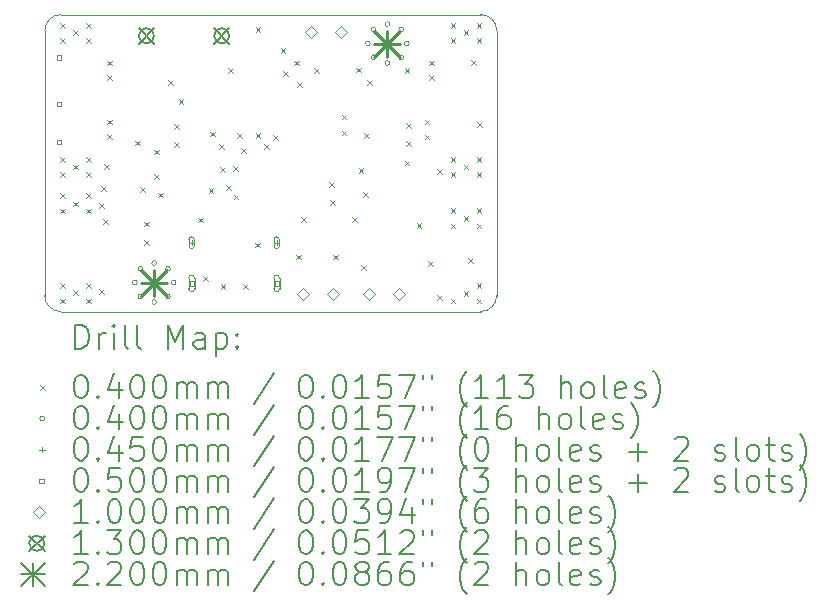
<source format=gbr>
%TF.GenerationSoftware,KiCad,Pcbnew,8.0.1*%
%TF.CreationDate,2024-03-31T17:13:04+03:00*%
%TF.ProjectId,Piezo module,5069657a-6f20-46d6-9f64-756c652e6b69,rev?*%
%TF.SameCoordinates,Original*%
%TF.FileFunction,Drillmap*%
%TF.FilePolarity,Positive*%
%FSLAX45Y45*%
G04 Gerber Fmt 4.5, Leading zero omitted, Abs format (unit mm)*
G04 Created by KiCad (PCBNEW 8.0.1) date 2024-03-31 17:13:04*
%MOMM*%
%LPD*%
G01*
G04 APERTURE LIST*
%ADD10C,0.050000*%
%ADD11C,0.200000*%
%ADD12C,0.100000*%
%ADD13C,0.130000*%
%ADD14C,0.220000*%
G04 APERTURE END LIST*
D10*
X13401450Y-11353500D02*
G75*
G02*
X13266450Y-11218500I0J135000D01*
G01*
X13266450Y-8974500D02*
X13266450Y-11218500D01*
X13266450Y-8974500D02*
G75*
G02*
X13401450Y-8839500I135000J0D01*
G01*
X17093050Y-8974500D02*
X17093050Y-11218500D01*
X16958050Y-8839500D02*
G75*
G02*
X17093050Y-8974500I0J-135000D01*
G01*
X13401450Y-8839500D02*
X16958050Y-8839500D01*
X17093050Y-11218500D02*
G75*
G02*
X16958050Y-11353500I-135000J0D01*
G01*
X16958050Y-11353500D02*
X13401450Y-11353500D01*
D11*
D12*
X13396450Y-8909000D02*
X13436450Y-8949000D01*
X13436450Y-8909000D02*
X13396450Y-8949000D01*
X13396450Y-9039000D02*
X13436450Y-9079000D01*
X13436450Y-9039000D02*
X13396450Y-9079000D01*
X13396450Y-10044000D02*
X13436450Y-10084000D01*
X13436450Y-10044000D02*
X13396450Y-10084000D01*
X13396450Y-10174000D02*
X13436450Y-10214000D01*
X13436450Y-10174000D02*
X13396450Y-10214000D01*
X13396450Y-10353500D02*
X13436450Y-10393500D01*
X13436450Y-10353500D02*
X13396450Y-10393500D01*
X13396450Y-10483500D02*
X13436450Y-10523500D01*
X13436450Y-10483500D02*
X13396450Y-10523500D01*
X13396450Y-11113500D02*
X13436450Y-11153500D01*
X13436450Y-11113500D02*
X13396450Y-11153500D01*
X13396450Y-11243500D02*
X13436450Y-11283500D01*
X13436450Y-11243500D02*
X13396450Y-11283500D01*
X13506450Y-8974000D02*
X13546450Y-9014000D01*
X13546450Y-8974000D02*
X13506450Y-9014000D01*
X13506450Y-10109000D02*
X13546450Y-10149000D01*
X13546450Y-10109000D02*
X13506450Y-10149000D01*
X13506450Y-10423500D02*
X13546450Y-10463500D01*
X13546450Y-10423500D02*
X13506450Y-10463500D01*
X13506450Y-11173500D02*
X13546450Y-11213500D01*
X13546450Y-11173500D02*
X13506450Y-11213500D01*
X13616450Y-8909000D02*
X13656450Y-8949000D01*
X13656450Y-8909000D02*
X13616450Y-8949000D01*
X13616450Y-9039000D02*
X13656450Y-9079000D01*
X13656450Y-9039000D02*
X13616450Y-9079000D01*
X13616450Y-10044000D02*
X13656450Y-10084000D01*
X13656450Y-10044000D02*
X13616450Y-10084000D01*
X13616450Y-10174000D02*
X13656450Y-10214000D01*
X13656450Y-10174000D02*
X13616450Y-10214000D01*
X13616450Y-10353500D02*
X13656450Y-10393500D01*
X13656450Y-10353500D02*
X13616450Y-10393500D01*
X13616450Y-10483500D02*
X13656450Y-10523500D01*
X13656450Y-10483500D02*
X13616450Y-10523500D01*
X13616450Y-11113500D02*
X13656450Y-11153500D01*
X13656450Y-11113500D02*
X13616450Y-11153500D01*
X13616450Y-11243500D02*
X13656450Y-11283500D01*
X13656450Y-11243500D02*
X13616450Y-11283500D01*
X13727450Y-10433500D02*
X13767450Y-10473500D01*
X13767450Y-10433500D02*
X13727450Y-10473500D01*
X13727450Y-11163500D02*
X13767450Y-11203500D01*
X13767450Y-11163500D02*
X13727450Y-11203500D01*
X13745100Y-10292100D02*
X13785100Y-10332100D01*
X13785100Y-10292100D02*
X13745100Y-10332100D01*
X13745100Y-10292100D02*
X13785100Y-10332100D01*
X13785100Y-10292100D02*
X13745100Y-10332100D01*
X13757450Y-10573500D02*
X13797450Y-10613500D01*
X13797450Y-10573500D02*
X13757450Y-10613500D01*
X13768900Y-10105600D02*
X13808900Y-10145600D01*
X13808900Y-10105600D02*
X13768900Y-10145600D01*
X13796450Y-9229000D02*
X13836450Y-9269000D01*
X13836450Y-9229000D02*
X13796450Y-9269000D01*
X13796450Y-9354000D02*
X13836450Y-9394000D01*
X13836450Y-9354000D02*
X13796450Y-9394000D01*
X13796450Y-9729000D02*
X13836450Y-9769000D01*
X13836450Y-9729000D02*
X13796450Y-9769000D01*
X13796450Y-9854000D02*
X13836450Y-9894000D01*
X13836450Y-9854000D02*
X13796450Y-9894000D01*
X14030600Y-9906100D02*
X14070600Y-9946100D01*
X14070600Y-9906100D02*
X14030600Y-9946100D01*
X14075653Y-10302000D02*
X14115653Y-10342000D01*
X14115653Y-10302000D02*
X14075653Y-10342000D01*
X14107000Y-10593200D02*
X14147000Y-10633200D01*
X14147000Y-10593200D02*
X14107000Y-10633200D01*
X14109700Y-10749400D02*
X14149700Y-10789400D01*
X14149700Y-10749400D02*
X14109700Y-10789400D01*
X14189200Y-9983300D02*
X14229200Y-10023300D01*
X14229200Y-9983300D02*
X14189200Y-10023300D01*
X14190500Y-10191000D02*
X14230500Y-10231000D01*
X14230500Y-10191000D02*
X14190500Y-10231000D01*
X14223604Y-10347704D02*
X14263604Y-10387704D01*
X14263604Y-10347704D02*
X14223604Y-10387704D01*
X14309200Y-9391800D02*
X14349200Y-9431800D01*
X14349200Y-9391800D02*
X14309200Y-9431800D01*
X14362550Y-9766700D02*
X14402550Y-9806700D01*
X14402550Y-9766700D02*
X14362550Y-9806700D01*
X14362550Y-9921700D02*
X14402550Y-9961700D01*
X14402550Y-9921700D02*
X14362550Y-9961700D01*
X14400349Y-9557599D02*
X14440349Y-9597599D01*
X14440349Y-9557599D02*
X14400349Y-9597599D01*
X14564000Y-10558900D02*
X14604000Y-10598900D01*
X14604000Y-10558900D02*
X14564000Y-10598900D01*
X14604500Y-11052600D02*
X14644500Y-11092600D01*
X14644500Y-11052600D02*
X14604500Y-11092600D01*
X14654200Y-10308750D02*
X14694200Y-10348750D01*
X14694200Y-10308750D02*
X14654200Y-10348750D01*
X14668800Y-9829900D02*
X14708800Y-9869900D01*
X14708800Y-9829900D02*
X14668800Y-9869900D01*
X14741300Y-9935595D02*
X14781300Y-9975595D01*
X14781300Y-9935595D02*
X14741300Y-9975595D01*
X14748039Y-10131943D02*
X14788039Y-10171943D01*
X14788039Y-10131943D02*
X14748039Y-10171943D01*
X14754500Y-11124100D02*
X14794500Y-11164100D01*
X14794500Y-11124100D02*
X14754500Y-11164100D01*
X14799500Y-10286600D02*
X14839500Y-10326600D01*
X14839500Y-10286600D02*
X14799500Y-10326600D01*
X14818000Y-9295500D02*
X14858000Y-9335500D01*
X14858000Y-9295500D02*
X14818000Y-9335500D01*
X14861900Y-10124700D02*
X14901900Y-10164700D01*
X14901900Y-10124700D02*
X14861900Y-10164700D01*
X14864556Y-10363367D02*
X14904556Y-10403367D01*
X14904556Y-10363367D02*
X14864556Y-10403367D01*
X14897100Y-9845400D02*
X14937100Y-9885400D01*
X14937100Y-9845400D02*
X14897100Y-9885400D01*
X14926300Y-9970400D02*
X14966300Y-10010400D01*
X14966300Y-9970400D02*
X14926300Y-10010400D01*
X14944500Y-11124100D02*
X14984500Y-11164100D01*
X14984500Y-11124100D02*
X14944500Y-11164100D01*
X15050300Y-10771000D02*
X15090300Y-10811000D01*
X15090300Y-10771000D02*
X15050300Y-10811000D01*
X15051200Y-9842000D02*
X15091200Y-9882000D01*
X15091200Y-9842000D02*
X15051200Y-9882000D01*
X15052600Y-8942800D02*
X15092600Y-8982800D01*
X15092600Y-8942800D02*
X15052600Y-8982800D01*
X15126428Y-9934800D02*
X15166428Y-9974800D01*
X15166428Y-9934800D02*
X15126428Y-9974800D01*
X15200700Y-9857600D02*
X15240700Y-9897600D01*
X15240700Y-9857600D02*
X15200700Y-9897600D01*
X15262750Y-9126050D02*
X15302750Y-9166050D01*
X15302750Y-9126050D02*
X15262750Y-9166050D01*
X15283927Y-9316677D02*
X15323927Y-9356677D01*
X15323927Y-9316677D02*
X15283927Y-9356677D01*
X15376100Y-9229300D02*
X15416100Y-9269300D01*
X15416100Y-9229300D02*
X15376100Y-9269300D01*
X15394900Y-10872500D02*
X15434900Y-10912500D01*
X15434900Y-10872500D02*
X15394900Y-10912500D01*
X15402900Y-9413500D02*
X15442900Y-9453500D01*
X15442900Y-9413500D02*
X15402900Y-9453500D01*
X15438300Y-10555400D02*
X15478300Y-10595400D01*
X15478300Y-10555400D02*
X15438300Y-10595400D01*
X15546100Y-9291200D02*
X15586100Y-9331200D01*
X15586100Y-9291200D02*
X15546100Y-9331200D01*
X15672000Y-10256200D02*
X15712000Y-10296200D01*
X15712000Y-10256200D02*
X15672000Y-10296200D01*
X15685000Y-10411350D02*
X15725000Y-10451350D01*
X15725000Y-10411350D02*
X15685000Y-10451350D01*
X15708600Y-10872500D02*
X15748600Y-10912500D01*
X15748600Y-10872500D02*
X15708600Y-10912500D01*
X15779600Y-9685600D02*
X15819600Y-9725600D01*
X15819600Y-9685600D02*
X15779600Y-9725600D01*
X15779600Y-9821900D02*
X15819600Y-9861900D01*
X15819600Y-9821900D02*
X15779600Y-9861900D01*
X15868000Y-10555400D02*
X15908000Y-10595400D01*
X15908000Y-10555400D02*
X15868000Y-10595400D01*
X15901600Y-9289650D02*
X15941600Y-9329650D01*
X15941600Y-9289650D02*
X15901600Y-9329650D01*
X15922550Y-10139100D02*
X15962550Y-10179100D01*
X15962550Y-10139100D02*
X15922550Y-10179100D01*
X15946600Y-10960000D02*
X15986600Y-11000000D01*
X15986600Y-10960000D02*
X15946600Y-11000000D01*
X15964000Y-10345550D02*
X16004000Y-10385550D01*
X16004000Y-10345550D02*
X15964000Y-10385550D01*
X15967800Y-9841000D02*
X16007800Y-9881000D01*
X16007800Y-9841000D02*
X15967800Y-9881000D01*
X15993900Y-9397400D02*
X16033900Y-9437400D01*
X16033900Y-9397400D02*
X15993900Y-9437400D01*
X16313400Y-9292900D02*
X16353400Y-9332900D01*
X16353400Y-9292900D02*
X16313400Y-9332900D01*
X16313550Y-10076600D02*
X16353550Y-10116600D01*
X16353550Y-10076600D02*
X16313550Y-10116600D01*
X16324650Y-9757150D02*
X16364650Y-9797150D01*
X16364650Y-9757150D02*
X16324650Y-9797150D01*
X16324650Y-9912150D02*
X16364650Y-9952150D01*
X16364650Y-9912150D02*
X16324650Y-9952150D01*
X16414500Y-10605600D02*
X16454500Y-10645600D01*
X16454500Y-10605600D02*
X16414500Y-10645600D01*
X16483050Y-9729300D02*
X16523050Y-9769300D01*
X16523050Y-9729300D02*
X16483050Y-9769300D01*
X16483050Y-9855200D02*
X16523050Y-9895200D01*
X16523050Y-9855200D02*
X16483050Y-9895200D01*
X16514400Y-10924000D02*
X16554400Y-10964000D01*
X16554400Y-10924000D02*
X16514400Y-10964000D01*
X16523050Y-9229000D02*
X16563050Y-9269000D01*
X16563050Y-9229000D02*
X16523050Y-9269000D01*
X16523050Y-9354000D02*
X16563050Y-9394000D01*
X16563050Y-9354000D02*
X16523050Y-9394000D01*
X16586700Y-11214000D02*
X16626700Y-11254000D01*
X16626700Y-11214000D02*
X16586700Y-11254000D01*
X16591200Y-10150500D02*
X16631200Y-10190500D01*
X16631200Y-10150500D02*
X16591200Y-10190500D01*
X16703050Y-8909000D02*
X16743050Y-8949000D01*
X16743050Y-8909000D02*
X16703050Y-8949000D01*
X16703050Y-9039000D02*
X16743050Y-9079000D01*
X16743050Y-9039000D02*
X16703050Y-9079000D01*
X16703050Y-10044000D02*
X16743050Y-10084000D01*
X16743050Y-10044000D02*
X16703050Y-10084000D01*
X16703050Y-10174000D02*
X16743050Y-10214000D01*
X16743050Y-10174000D02*
X16703050Y-10214000D01*
X16703050Y-10479000D02*
X16743050Y-10519000D01*
X16743050Y-10479000D02*
X16703050Y-10519000D01*
X16703050Y-10609000D02*
X16743050Y-10649000D01*
X16743050Y-10609000D02*
X16703050Y-10649000D01*
X16703050Y-11244000D02*
X16743050Y-11284000D01*
X16743050Y-11244000D02*
X16703050Y-11284000D01*
X16813050Y-8974000D02*
X16853050Y-9014000D01*
X16853050Y-8974000D02*
X16813050Y-9014000D01*
X16813050Y-10109000D02*
X16853050Y-10149000D01*
X16853050Y-10109000D02*
X16813050Y-10149000D01*
X16813050Y-10544000D02*
X16853050Y-10584000D01*
X16853050Y-10544000D02*
X16813050Y-10584000D01*
X16813050Y-11179000D02*
X16853050Y-11219000D01*
X16853050Y-11179000D02*
X16813050Y-11219000D01*
X16848700Y-10904400D02*
X16888700Y-10944400D01*
X16888700Y-10904400D02*
X16848700Y-10944400D01*
X16878050Y-9224200D02*
X16918050Y-9264200D01*
X16918050Y-9224200D02*
X16878050Y-9264200D01*
X16923050Y-8909000D02*
X16963050Y-8949000D01*
X16963050Y-8909000D02*
X16923050Y-8949000D01*
X16923050Y-9039000D02*
X16963050Y-9079000D01*
X16963050Y-9039000D02*
X16923050Y-9079000D01*
X16923050Y-10044000D02*
X16963050Y-10084000D01*
X16963050Y-10044000D02*
X16923050Y-10084000D01*
X16923050Y-10174000D02*
X16963050Y-10214000D01*
X16963050Y-10174000D02*
X16923050Y-10214000D01*
X16923050Y-10479000D02*
X16963050Y-10519000D01*
X16963050Y-10479000D02*
X16923050Y-10519000D01*
X16923050Y-10609000D02*
X16963050Y-10649000D01*
X16963050Y-10609000D02*
X16923050Y-10649000D01*
X16923050Y-11114000D02*
X16963050Y-11154000D01*
X16963050Y-11114000D02*
X16923050Y-11154000D01*
X16923050Y-11244000D02*
X16963050Y-11284000D01*
X16963050Y-11244000D02*
X16923050Y-11284000D01*
X16929650Y-9751400D02*
X16969650Y-9791400D01*
X16969650Y-9751400D02*
X16929650Y-9791400D01*
X14047450Y-11108500D02*
G75*
G02*
X14007450Y-11108500I-20000J0D01*
G01*
X14007450Y-11108500D02*
G75*
G02*
X14047450Y-11108500I20000J0D01*
G01*
X14095777Y-10991827D02*
G75*
G02*
X14055777Y-10991827I-20000J0D01*
G01*
X14055777Y-10991827D02*
G75*
G02*
X14095777Y-10991827I20000J0D01*
G01*
X14095777Y-11225173D02*
G75*
G02*
X14055777Y-11225173I-20000J0D01*
G01*
X14055777Y-11225173D02*
G75*
G02*
X14095777Y-11225173I20000J0D01*
G01*
X14212450Y-10943500D02*
G75*
G02*
X14172450Y-10943500I-20000J0D01*
G01*
X14172450Y-10943500D02*
G75*
G02*
X14212450Y-10943500I20000J0D01*
G01*
X14212450Y-11273500D02*
G75*
G02*
X14172450Y-11273500I-20000J0D01*
G01*
X14172450Y-11273500D02*
G75*
G02*
X14212450Y-11273500I20000J0D01*
G01*
X14329123Y-10991827D02*
G75*
G02*
X14289123Y-10991827I-20000J0D01*
G01*
X14289123Y-10991827D02*
G75*
G02*
X14329123Y-10991827I20000J0D01*
G01*
X14329123Y-11225173D02*
G75*
G02*
X14289123Y-11225173I-20000J0D01*
G01*
X14289123Y-11225173D02*
G75*
G02*
X14329123Y-11225173I20000J0D01*
G01*
X14377450Y-11108500D02*
G75*
G02*
X14337450Y-11108500I-20000J0D01*
G01*
X14337450Y-11108500D02*
G75*
G02*
X14377450Y-11108500I20000J0D01*
G01*
X16022350Y-9084500D02*
G75*
G02*
X15982350Y-9084500I-20000J0D01*
G01*
X15982350Y-9084500D02*
G75*
G02*
X16022350Y-9084500I20000J0D01*
G01*
X16070677Y-8967827D02*
G75*
G02*
X16030677Y-8967827I-20000J0D01*
G01*
X16030677Y-8967827D02*
G75*
G02*
X16070677Y-8967827I20000J0D01*
G01*
X16070677Y-9201173D02*
G75*
G02*
X16030677Y-9201173I-20000J0D01*
G01*
X16030677Y-9201173D02*
G75*
G02*
X16070677Y-9201173I20000J0D01*
G01*
X16187350Y-8919500D02*
G75*
G02*
X16147350Y-8919500I-20000J0D01*
G01*
X16147350Y-8919500D02*
G75*
G02*
X16187350Y-8919500I20000J0D01*
G01*
X16187350Y-9249500D02*
G75*
G02*
X16147350Y-9249500I-20000J0D01*
G01*
X16147350Y-9249500D02*
G75*
G02*
X16187350Y-9249500I20000J0D01*
G01*
X16304023Y-8967827D02*
G75*
G02*
X16264023Y-8967827I-20000J0D01*
G01*
X16264023Y-8967827D02*
G75*
G02*
X16304023Y-8967827I20000J0D01*
G01*
X16304023Y-9201173D02*
G75*
G02*
X16264023Y-9201173I-20000J0D01*
G01*
X16264023Y-9201173D02*
G75*
G02*
X16304023Y-9201173I20000J0D01*
G01*
X16352350Y-9084500D02*
G75*
G02*
X16312350Y-9084500I-20000J0D01*
G01*
X16312350Y-9084500D02*
G75*
G02*
X16352350Y-9084500I20000J0D01*
G01*
X14509450Y-10748500D02*
X14509450Y-10793500D01*
X14486950Y-10771000D02*
X14531950Y-10771000D01*
X14486950Y-10743500D02*
X14486950Y-10798500D01*
X14531950Y-10798500D02*
G75*
G02*
X14486950Y-10798500I-22500J0D01*
G01*
X14531950Y-10798500D02*
X14531950Y-10743500D01*
X14531950Y-10743500D02*
G75*
G03*
X14486950Y-10743500I-22500J0D01*
G01*
X15229450Y-10748500D02*
X15229450Y-10793500D01*
X15206950Y-10771000D02*
X15251950Y-10771000D01*
X15206950Y-10743500D02*
X15206950Y-10798500D01*
X15251950Y-10798500D02*
G75*
G02*
X15206950Y-10798500I-22500J0D01*
G01*
X15251950Y-10798500D02*
X15251950Y-10743500D01*
X15251950Y-10743500D02*
G75*
G03*
X15206950Y-10743500I-22500J0D01*
G01*
X13404878Y-9220878D02*
X13404878Y-9185522D01*
X13369522Y-9185522D01*
X13369522Y-9220878D01*
X13404878Y-9220878D01*
X13404878Y-9614378D02*
X13404878Y-9579022D01*
X13369522Y-9579022D01*
X13369522Y-9614378D01*
X13404878Y-9614378D01*
X13404878Y-9939478D02*
X13404878Y-9904122D01*
X13369522Y-9904122D01*
X13369522Y-9939478D01*
X13404878Y-9939478D01*
X14527128Y-11133678D02*
X14527128Y-11098322D01*
X14491772Y-11098322D01*
X14491772Y-11133678D01*
X14527128Y-11133678D01*
X14484450Y-11071000D02*
X14484450Y-11161000D01*
X14534450Y-11161000D02*
G75*
G02*
X14484450Y-11161000I-25000J0D01*
G01*
X14534450Y-11161000D02*
X14534450Y-11071000D01*
X14534450Y-11071000D02*
G75*
G03*
X14484450Y-11071000I-25000J0D01*
G01*
X15247128Y-11133678D02*
X15247128Y-11098322D01*
X15211772Y-11098322D01*
X15211772Y-11133678D01*
X15247128Y-11133678D01*
X15204450Y-11071000D02*
X15204450Y-11161000D01*
X15254450Y-11161000D02*
G75*
G02*
X15204450Y-11161000I-25000J0D01*
G01*
X15254450Y-11161000D02*
X15254450Y-11071000D01*
X15254450Y-11071000D02*
G75*
G03*
X15204450Y-11071000I-25000J0D01*
G01*
X15454350Y-11253500D02*
X15504350Y-11203500D01*
X15454350Y-11153500D01*
X15404350Y-11203500D01*
X15454350Y-11253500D01*
X15517450Y-9039500D02*
X15567450Y-8989500D01*
X15517450Y-8939500D01*
X15467450Y-8989500D01*
X15517450Y-9039500D01*
X15708350Y-11253500D02*
X15758350Y-11203500D01*
X15708350Y-11153500D01*
X15658350Y-11203500D01*
X15708350Y-11253500D01*
X15771450Y-9039500D02*
X15821450Y-8989500D01*
X15771450Y-8939500D01*
X15721450Y-8989500D01*
X15771450Y-9039500D01*
X16008550Y-11253500D02*
X16058550Y-11203500D01*
X16008550Y-11153500D01*
X15958550Y-11203500D01*
X16008550Y-11253500D01*
X16262550Y-11253500D02*
X16312550Y-11203500D01*
X16262550Y-11153500D01*
X16212550Y-11203500D01*
X16262550Y-11253500D01*
D13*
X14061650Y-8954500D02*
X14191650Y-9084500D01*
X14191650Y-8954500D02*
X14061650Y-9084500D01*
X14191650Y-9019500D02*
G75*
G02*
X14061650Y-9019500I-65000J0D01*
G01*
X14061650Y-9019500D02*
G75*
G02*
X14191650Y-9019500I65000J0D01*
G01*
X14699650Y-8954500D02*
X14829650Y-9084500D01*
X14829650Y-8954500D02*
X14699650Y-9084500D01*
X14829650Y-9019500D02*
G75*
G02*
X14699650Y-9019500I-65000J0D01*
G01*
X14699650Y-9019500D02*
G75*
G02*
X14829650Y-9019500I65000J0D01*
G01*
D14*
X14082450Y-10998500D02*
X14302450Y-11218500D01*
X14302450Y-10998500D02*
X14082450Y-11218500D01*
X14192450Y-10998500D02*
X14192450Y-11218500D01*
X14082450Y-11108500D02*
X14302450Y-11108500D01*
X16057350Y-8974500D02*
X16277350Y-9194500D01*
X16277350Y-8974500D02*
X16057350Y-9194500D01*
X16167350Y-8974500D02*
X16167350Y-9194500D01*
X16057350Y-9084500D02*
X16277350Y-9084500D01*
D11*
X13524727Y-11667484D02*
X13524727Y-11467484D01*
X13524727Y-11467484D02*
X13572346Y-11467484D01*
X13572346Y-11467484D02*
X13600917Y-11477008D01*
X13600917Y-11477008D02*
X13619965Y-11496055D01*
X13619965Y-11496055D02*
X13629489Y-11515103D01*
X13629489Y-11515103D02*
X13639012Y-11553198D01*
X13639012Y-11553198D02*
X13639012Y-11581769D01*
X13639012Y-11581769D02*
X13629489Y-11619865D01*
X13629489Y-11619865D02*
X13619965Y-11638912D01*
X13619965Y-11638912D02*
X13600917Y-11657960D01*
X13600917Y-11657960D02*
X13572346Y-11667484D01*
X13572346Y-11667484D02*
X13524727Y-11667484D01*
X13724727Y-11667484D02*
X13724727Y-11534150D01*
X13724727Y-11572246D02*
X13734251Y-11553198D01*
X13734251Y-11553198D02*
X13743774Y-11543674D01*
X13743774Y-11543674D02*
X13762822Y-11534150D01*
X13762822Y-11534150D02*
X13781870Y-11534150D01*
X13848536Y-11667484D02*
X13848536Y-11534150D01*
X13848536Y-11467484D02*
X13839012Y-11477008D01*
X13839012Y-11477008D02*
X13848536Y-11486531D01*
X13848536Y-11486531D02*
X13858060Y-11477008D01*
X13858060Y-11477008D02*
X13848536Y-11467484D01*
X13848536Y-11467484D02*
X13848536Y-11486531D01*
X13972346Y-11667484D02*
X13953298Y-11657960D01*
X13953298Y-11657960D02*
X13943774Y-11638912D01*
X13943774Y-11638912D02*
X13943774Y-11467484D01*
X14077108Y-11667484D02*
X14058060Y-11657960D01*
X14058060Y-11657960D02*
X14048536Y-11638912D01*
X14048536Y-11638912D02*
X14048536Y-11467484D01*
X14305679Y-11667484D02*
X14305679Y-11467484D01*
X14305679Y-11467484D02*
X14372346Y-11610341D01*
X14372346Y-11610341D02*
X14439012Y-11467484D01*
X14439012Y-11467484D02*
X14439012Y-11667484D01*
X14619965Y-11667484D02*
X14619965Y-11562722D01*
X14619965Y-11562722D02*
X14610441Y-11543674D01*
X14610441Y-11543674D02*
X14591393Y-11534150D01*
X14591393Y-11534150D02*
X14553298Y-11534150D01*
X14553298Y-11534150D02*
X14534251Y-11543674D01*
X14619965Y-11657960D02*
X14600917Y-11667484D01*
X14600917Y-11667484D02*
X14553298Y-11667484D01*
X14553298Y-11667484D02*
X14534251Y-11657960D01*
X14534251Y-11657960D02*
X14524727Y-11638912D01*
X14524727Y-11638912D02*
X14524727Y-11619865D01*
X14524727Y-11619865D02*
X14534251Y-11600817D01*
X14534251Y-11600817D02*
X14553298Y-11591293D01*
X14553298Y-11591293D02*
X14600917Y-11591293D01*
X14600917Y-11591293D02*
X14619965Y-11581769D01*
X14715203Y-11534150D02*
X14715203Y-11734150D01*
X14715203Y-11543674D02*
X14734251Y-11534150D01*
X14734251Y-11534150D02*
X14772346Y-11534150D01*
X14772346Y-11534150D02*
X14791393Y-11543674D01*
X14791393Y-11543674D02*
X14800917Y-11553198D01*
X14800917Y-11553198D02*
X14810441Y-11572246D01*
X14810441Y-11572246D02*
X14810441Y-11629388D01*
X14810441Y-11629388D02*
X14800917Y-11648436D01*
X14800917Y-11648436D02*
X14791393Y-11657960D01*
X14791393Y-11657960D02*
X14772346Y-11667484D01*
X14772346Y-11667484D02*
X14734251Y-11667484D01*
X14734251Y-11667484D02*
X14715203Y-11657960D01*
X14896155Y-11648436D02*
X14905679Y-11657960D01*
X14905679Y-11657960D02*
X14896155Y-11667484D01*
X14896155Y-11667484D02*
X14886632Y-11657960D01*
X14886632Y-11657960D02*
X14896155Y-11648436D01*
X14896155Y-11648436D02*
X14896155Y-11667484D01*
X14896155Y-11543674D02*
X14905679Y-11553198D01*
X14905679Y-11553198D02*
X14896155Y-11562722D01*
X14896155Y-11562722D02*
X14886632Y-11553198D01*
X14886632Y-11553198D02*
X14896155Y-11543674D01*
X14896155Y-11543674D02*
X14896155Y-11562722D01*
D12*
X13223950Y-11976000D02*
X13263950Y-12016000D01*
X13263950Y-11976000D02*
X13223950Y-12016000D01*
D11*
X13562822Y-11887484D02*
X13581870Y-11887484D01*
X13581870Y-11887484D02*
X13600917Y-11897008D01*
X13600917Y-11897008D02*
X13610441Y-11906531D01*
X13610441Y-11906531D02*
X13619965Y-11925579D01*
X13619965Y-11925579D02*
X13629489Y-11963674D01*
X13629489Y-11963674D02*
X13629489Y-12011293D01*
X13629489Y-12011293D02*
X13619965Y-12049388D01*
X13619965Y-12049388D02*
X13610441Y-12068436D01*
X13610441Y-12068436D02*
X13600917Y-12077960D01*
X13600917Y-12077960D02*
X13581870Y-12087484D01*
X13581870Y-12087484D02*
X13562822Y-12087484D01*
X13562822Y-12087484D02*
X13543774Y-12077960D01*
X13543774Y-12077960D02*
X13534251Y-12068436D01*
X13534251Y-12068436D02*
X13524727Y-12049388D01*
X13524727Y-12049388D02*
X13515203Y-12011293D01*
X13515203Y-12011293D02*
X13515203Y-11963674D01*
X13515203Y-11963674D02*
X13524727Y-11925579D01*
X13524727Y-11925579D02*
X13534251Y-11906531D01*
X13534251Y-11906531D02*
X13543774Y-11897008D01*
X13543774Y-11897008D02*
X13562822Y-11887484D01*
X13715203Y-12068436D02*
X13724727Y-12077960D01*
X13724727Y-12077960D02*
X13715203Y-12087484D01*
X13715203Y-12087484D02*
X13705679Y-12077960D01*
X13705679Y-12077960D02*
X13715203Y-12068436D01*
X13715203Y-12068436D02*
X13715203Y-12087484D01*
X13896155Y-11954150D02*
X13896155Y-12087484D01*
X13848536Y-11877960D02*
X13800917Y-12020817D01*
X13800917Y-12020817D02*
X13924727Y-12020817D01*
X14039012Y-11887484D02*
X14058060Y-11887484D01*
X14058060Y-11887484D02*
X14077108Y-11897008D01*
X14077108Y-11897008D02*
X14086632Y-11906531D01*
X14086632Y-11906531D02*
X14096155Y-11925579D01*
X14096155Y-11925579D02*
X14105679Y-11963674D01*
X14105679Y-11963674D02*
X14105679Y-12011293D01*
X14105679Y-12011293D02*
X14096155Y-12049388D01*
X14096155Y-12049388D02*
X14086632Y-12068436D01*
X14086632Y-12068436D02*
X14077108Y-12077960D01*
X14077108Y-12077960D02*
X14058060Y-12087484D01*
X14058060Y-12087484D02*
X14039012Y-12087484D01*
X14039012Y-12087484D02*
X14019965Y-12077960D01*
X14019965Y-12077960D02*
X14010441Y-12068436D01*
X14010441Y-12068436D02*
X14000917Y-12049388D01*
X14000917Y-12049388D02*
X13991393Y-12011293D01*
X13991393Y-12011293D02*
X13991393Y-11963674D01*
X13991393Y-11963674D02*
X14000917Y-11925579D01*
X14000917Y-11925579D02*
X14010441Y-11906531D01*
X14010441Y-11906531D02*
X14019965Y-11897008D01*
X14019965Y-11897008D02*
X14039012Y-11887484D01*
X14229489Y-11887484D02*
X14248536Y-11887484D01*
X14248536Y-11887484D02*
X14267584Y-11897008D01*
X14267584Y-11897008D02*
X14277108Y-11906531D01*
X14277108Y-11906531D02*
X14286632Y-11925579D01*
X14286632Y-11925579D02*
X14296155Y-11963674D01*
X14296155Y-11963674D02*
X14296155Y-12011293D01*
X14296155Y-12011293D02*
X14286632Y-12049388D01*
X14286632Y-12049388D02*
X14277108Y-12068436D01*
X14277108Y-12068436D02*
X14267584Y-12077960D01*
X14267584Y-12077960D02*
X14248536Y-12087484D01*
X14248536Y-12087484D02*
X14229489Y-12087484D01*
X14229489Y-12087484D02*
X14210441Y-12077960D01*
X14210441Y-12077960D02*
X14200917Y-12068436D01*
X14200917Y-12068436D02*
X14191393Y-12049388D01*
X14191393Y-12049388D02*
X14181870Y-12011293D01*
X14181870Y-12011293D02*
X14181870Y-11963674D01*
X14181870Y-11963674D02*
X14191393Y-11925579D01*
X14191393Y-11925579D02*
X14200917Y-11906531D01*
X14200917Y-11906531D02*
X14210441Y-11897008D01*
X14210441Y-11897008D02*
X14229489Y-11887484D01*
X14381870Y-12087484D02*
X14381870Y-11954150D01*
X14381870Y-11973198D02*
X14391393Y-11963674D01*
X14391393Y-11963674D02*
X14410441Y-11954150D01*
X14410441Y-11954150D02*
X14439013Y-11954150D01*
X14439013Y-11954150D02*
X14458060Y-11963674D01*
X14458060Y-11963674D02*
X14467584Y-11982722D01*
X14467584Y-11982722D02*
X14467584Y-12087484D01*
X14467584Y-11982722D02*
X14477108Y-11963674D01*
X14477108Y-11963674D02*
X14496155Y-11954150D01*
X14496155Y-11954150D02*
X14524727Y-11954150D01*
X14524727Y-11954150D02*
X14543774Y-11963674D01*
X14543774Y-11963674D02*
X14553298Y-11982722D01*
X14553298Y-11982722D02*
X14553298Y-12087484D01*
X14648536Y-12087484D02*
X14648536Y-11954150D01*
X14648536Y-11973198D02*
X14658060Y-11963674D01*
X14658060Y-11963674D02*
X14677108Y-11954150D01*
X14677108Y-11954150D02*
X14705679Y-11954150D01*
X14705679Y-11954150D02*
X14724727Y-11963674D01*
X14724727Y-11963674D02*
X14734251Y-11982722D01*
X14734251Y-11982722D02*
X14734251Y-12087484D01*
X14734251Y-11982722D02*
X14743774Y-11963674D01*
X14743774Y-11963674D02*
X14762822Y-11954150D01*
X14762822Y-11954150D02*
X14791393Y-11954150D01*
X14791393Y-11954150D02*
X14810441Y-11963674D01*
X14810441Y-11963674D02*
X14819965Y-11982722D01*
X14819965Y-11982722D02*
X14819965Y-12087484D01*
X15210441Y-11877960D02*
X15039013Y-12135103D01*
X15467584Y-11887484D02*
X15486632Y-11887484D01*
X15486632Y-11887484D02*
X15505679Y-11897008D01*
X15505679Y-11897008D02*
X15515203Y-11906531D01*
X15515203Y-11906531D02*
X15524727Y-11925579D01*
X15524727Y-11925579D02*
X15534251Y-11963674D01*
X15534251Y-11963674D02*
X15534251Y-12011293D01*
X15534251Y-12011293D02*
X15524727Y-12049388D01*
X15524727Y-12049388D02*
X15515203Y-12068436D01*
X15515203Y-12068436D02*
X15505679Y-12077960D01*
X15505679Y-12077960D02*
X15486632Y-12087484D01*
X15486632Y-12087484D02*
X15467584Y-12087484D01*
X15467584Y-12087484D02*
X15448536Y-12077960D01*
X15448536Y-12077960D02*
X15439013Y-12068436D01*
X15439013Y-12068436D02*
X15429489Y-12049388D01*
X15429489Y-12049388D02*
X15419965Y-12011293D01*
X15419965Y-12011293D02*
X15419965Y-11963674D01*
X15419965Y-11963674D02*
X15429489Y-11925579D01*
X15429489Y-11925579D02*
X15439013Y-11906531D01*
X15439013Y-11906531D02*
X15448536Y-11897008D01*
X15448536Y-11897008D02*
X15467584Y-11887484D01*
X15619965Y-12068436D02*
X15629489Y-12077960D01*
X15629489Y-12077960D02*
X15619965Y-12087484D01*
X15619965Y-12087484D02*
X15610441Y-12077960D01*
X15610441Y-12077960D02*
X15619965Y-12068436D01*
X15619965Y-12068436D02*
X15619965Y-12087484D01*
X15753298Y-11887484D02*
X15772346Y-11887484D01*
X15772346Y-11887484D02*
X15791394Y-11897008D01*
X15791394Y-11897008D02*
X15800917Y-11906531D01*
X15800917Y-11906531D02*
X15810441Y-11925579D01*
X15810441Y-11925579D02*
X15819965Y-11963674D01*
X15819965Y-11963674D02*
X15819965Y-12011293D01*
X15819965Y-12011293D02*
X15810441Y-12049388D01*
X15810441Y-12049388D02*
X15800917Y-12068436D01*
X15800917Y-12068436D02*
X15791394Y-12077960D01*
X15791394Y-12077960D02*
X15772346Y-12087484D01*
X15772346Y-12087484D02*
X15753298Y-12087484D01*
X15753298Y-12087484D02*
X15734251Y-12077960D01*
X15734251Y-12077960D02*
X15724727Y-12068436D01*
X15724727Y-12068436D02*
X15715203Y-12049388D01*
X15715203Y-12049388D02*
X15705679Y-12011293D01*
X15705679Y-12011293D02*
X15705679Y-11963674D01*
X15705679Y-11963674D02*
X15715203Y-11925579D01*
X15715203Y-11925579D02*
X15724727Y-11906531D01*
X15724727Y-11906531D02*
X15734251Y-11897008D01*
X15734251Y-11897008D02*
X15753298Y-11887484D01*
X16010441Y-12087484D02*
X15896156Y-12087484D01*
X15953298Y-12087484D02*
X15953298Y-11887484D01*
X15953298Y-11887484D02*
X15934251Y-11916055D01*
X15934251Y-11916055D02*
X15915203Y-11935103D01*
X15915203Y-11935103D02*
X15896156Y-11944627D01*
X16191394Y-11887484D02*
X16096156Y-11887484D01*
X16096156Y-11887484D02*
X16086632Y-11982722D01*
X16086632Y-11982722D02*
X16096156Y-11973198D01*
X16096156Y-11973198D02*
X16115203Y-11963674D01*
X16115203Y-11963674D02*
X16162822Y-11963674D01*
X16162822Y-11963674D02*
X16181870Y-11973198D01*
X16181870Y-11973198D02*
X16191394Y-11982722D01*
X16191394Y-11982722D02*
X16200917Y-12001769D01*
X16200917Y-12001769D02*
X16200917Y-12049388D01*
X16200917Y-12049388D02*
X16191394Y-12068436D01*
X16191394Y-12068436D02*
X16181870Y-12077960D01*
X16181870Y-12077960D02*
X16162822Y-12087484D01*
X16162822Y-12087484D02*
X16115203Y-12087484D01*
X16115203Y-12087484D02*
X16096156Y-12077960D01*
X16096156Y-12077960D02*
X16086632Y-12068436D01*
X16267584Y-11887484D02*
X16400917Y-11887484D01*
X16400917Y-11887484D02*
X16315203Y-12087484D01*
X16467584Y-11887484D02*
X16467584Y-11925579D01*
X16543775Y-11887484D02*
X16543775Y-11925579D01*
X16839013Y-12163674D02*
X16829489Y-12154150D01*
X16829489Y-12154150D02*
X16810441Y-12125579D01*
X16810441Y-12125579D02*
X16800918Y-12106531D01*
X16800918Y-12106531D02*
X16791394Y-12077960D01*
X16791394Y-12077960D02*
X16781870Y-12030341D01*
X16781870Y-12030341D02*
X16781870Y-11992246D01*
X16781870Y-11992246D02*
X16791394Y-11944627D01*
X16791394Y-11944627D02*
X16800918Y-11916055D01*
X16800918Y-11916055D02*
X16810441Y-11897008D01*
X16810441Y-11897008D02*
X16829489Y-11868436D01*
X16829489Y-11868436D02*
X16839013Y-11858912D01*
X17019965Y-12087484D02*
X16905680Y-12087484D01*
X16962822Y-12087484D02*
X16962822Y-11887484D01*
X16962822Y-11887484D02*
X16943775Y-11916055D01*
X16943775Y-11916055D02*
X16924727Y-11935103D01*
X16924727Y-11935103D02*
X16905680Y-11944627D01*
X17210441Y-12087484D02*
X17096156Y-12087484D01*
X17153299Y-12087484D02*
X17153299Y-11887484D01*
X17153299Y-11887484D02*
X17134251Y-11916055D01*
X17134251Y-11916055D02*
X17115203Y-11935103D01*
X17115203Y-11935103D02*
X17096156Y-11944627D01*
X17277108Y-11887484D02*
X17400918Y-11887484D01*
X17400918Y-11887484D02*
X17334251Y-11963674D01*
X17334251Y-11963674D02*
X17362822Y-11963674D01*
X17362822Y-11963674D02*
X17381870Y-11973198D01*
X17381870Y-11973198D02*
X17391394Y-11982722D01*
X17391394Y-11982722D02*
X17400918Y-12001769D01*
X17400918Y-12001769D02*
X17400918Y-12049388D01*
X17400918Y-12049388D02*
X17391394Y-12068436D01*
X17391394Y-12068436D02*
X17381870Y-12077960D01*
X17381870Y-12077960D02*
X17362822Y-12087484D01*
X17362822Y-12087484D02*
X17305680Y-12087484D01*
X17305680Y-12087484D02*
X17286632Y-12077960D01*
X17286632Y-12077960D02*
X17277108Y-12068436D01*
X17639013Y-12087484D02*
X17639013Y-11887484D01*
X17724727Y-12087484D02*
X17724727Y-11982722D01*
X17724727Y-11982722D02*
X17715203Y-11963674D01*
X17715203Y-11963674D02*
X17696156Y-11954150D01*
X17696156Y-11954150D02*
X17667584Y-11954150D01*
X17667584Y-11954150D02*
X17648537Y-11963674D01*
X17648537Y-11963674D02*
X17639013Y-11973198D01*
X17848537Y-12087484D02*
X17829489Y-12077960D01*
X17829489Y-12077960D02*
X17819965Y-12068436D01*
X17819965Y-12068436D02*
X17810442Y-12049388D01*
X17810442Y-12049388D02*
X17810442Y-11992246D01*
X17810442Y-11992246D02*
X17819965Y-11973198D01*
X17819965Y-11973198D02*
X17829489Y-11963674D01*
X17829489Y-11963674D02*
X17848537Y-11954150D01*
X17848537Y-11954150D02*
X17877108Y-11954150D01*
X17877108Y-11954150D02*
X17896156Y-11963674D01*
X17896156Y-11963674D02*
X17905680Y-11973198D01*
X17905680Y-11973198D02*
X17915203Y-11992246D01*
X17915203Y-11992246D02*
X17915203Y-12049388D01*
X17915203Y-12049388D02*
X17905680Y-12068436D01*
X17905680Y-12068436D02*
X17896156Y-12077960D01*
X17896156Y-12077960D02*
X17877108Y-12087484D01*
X17877108Y-12087484D02*
X17848537Y-12087484D01*
X18029489Y-12087484D02*
X18010442Y-12077960D01*
X18010442Y-12077960D02*
X18000918Y-12058912D01*
X18000918Y-12058912D02*
X18000918Y-11887484D01*
X18181870Y-12077960D02*
X18162823Y-12087484D01*
X18162823Y-12087484D02*
X18124727Y-12087484D01*
X18124727Y-12087484D02*
X18105680Y-12077960D01*
X18105680Y-12077960D02*
X18096156Y-12058912D01*
X18096156Y-12058912D02*
X18096156Y-11982722D01*
X18096156Y-11982722D02*
X18105680Y-11963674D01*
X18105680Y-11963674D02*
X18124727Y-11954150D01*
X18124727Y-11954150D02*
X18162823Y-11954150D01*
X18162823Y-11954150D02*
X18181870Y-11963674D01*
X18181870Y-11963674D02*
X18191394Y-11982722D01*
X18191394Y-11982722D02*
X18191394Y-12001769D01*
X18191394Y-12001769D02*
X18096156Y-12020817D01*
X18267584Y-12077960D02*
X18286632Y-12087484D01*
X18286632Y-12087484D02*
X18324727Y-12087484D01*
X18324727Y-12087484D02*
X18343775Y-12077960D01*
X18343775Y-12077960D02*
X18353299Y-12058912D01*
X18353299Y-12058912D02*
X18353299Y-12049388D01*
X18353299Y-12049388D02*
X18343775Y-12030341D01*
X18343775Y-12030341D02*
X18324727Y-12020817D01*
X18324727Y-12020817D02*
X18296156Y-12020817D01*
X18296156Y-12020817D02*
X18277108Y-12011293D01*
X18277108Y-12011293D02*
X18267584Y-11992246D01*
X18267584Y-11992246D02*
X18267584Y-11982722D01*
X18267584Y-11982722D02*
X18277108Y-11963674D01*
X18277108Y-11963674D02*
X18296156Y-11954150D01*
X18296156Y-11954150D02*
X18324727Y-11954150D01*
X18324727Y-11954150D02*
X18343775Y-11963674D01*
X18419965Y-12163674D02*
X18429489Y-12154150D01*
X18429489Y-12154150D02*
X18448537Y-12125579D01*
X18448537Y-12125579D02*
X18458061Y-12106531D01*
X18458061Y-12106531D02*
X18467584Y-12077960D01*
X18467584Y-12077960D02*
X18477108Y-12030341D01*
X18477108Y-12030341D02*
X18477108Y-11992246D01*
X18477108Y-11992246D02*
X18467584Y-11944627D01*
X18467584Y-11944627D02*
X18458061Y-11916055D01*
X18458061Y-11916055D02*
X18448537Y-11897008D01*
X18448537Y-11897008D02*
X18429489Y-11868436D01*
X18429489Y-11868436D02*
X18419965Y-11858912D01*
D12*
X13263950Y-12260000D02*
G75*
G02*
X13223950Y-12260000I-20000J0D01*
G01*
X13223950Y-12260000D02*
G75*
G02*
X13263950Y-12260000I20000J0D01*
G01*
D11*
X13562822Y-12151484D02*
X13581870Y-12151484D01*
X13581870Y-12151484D02*
X13600917Y-12161008D01*
X13600917Y-12161008D02*
X13610441Y-12170531D01*
X13610441Y-12170531D02*
X13619965Y-12189579D01*
X13619965Y-12189579D02*
X13629489Y-12227674D01*
X13629489Y-12227674D02*
X13629489Y-12275293D01*
X13629489Y-12275293D02*
X13619965Y-12313388D01*
X13619965Y-12313388D02*
X13610441Y-12332436D01*
X13610441Y-12332436D02*
X13600917Y-12341960D01*
X13600917Y-12341960D02*
X13581870Y-12351484D01*
X13581870Y-12351484D02*
X13562822Y-12351484D01*
X13562822Y-12351484D02*
X13543774Y-12341960D01*
X13543774Y-12341960D02*
X13534251Y-12332436D01*
X13534251Y-12332436D02*
X13524727Y-12313388D01*
X13524727Y-12313388D02*
X13515203Y-12275293D01*
X13515203Y-12275293D02*
X13515203Y-12227674D01*
X13515203Y-12227674D02*
X13524727Y-12189579D01*
X13524727Y-12189579D02*
X13534251Y-12170531D01*
X13534251Y-12170531D02*
X13543774Y-12161008D01*
X13543774Y-12161008D02*
X13562822Y-12151484D01*
X13715203Y-12332436D02*
X13724727Y-12341960D01*
X13724727Y-12341960D02*
X13715203Y-12351484D01*
X13715203Y-12351484D02*
X13705679Y-12341960D01*
X13705679Y-12341960D02*
X13715203Y-12332436D01*
X13715203Y-12332436D02*
X13715203Y-12351484D01*
X13896155Y-12218150D02*
X13896155Y-12351484D01*
X13848536Y-12141960D02*
X13800917Y-12284817D01*
X13800917Y-12284817D02*
X13924727Y-12284817D01*
X14039012Y-12151484D02*
X14058060Y-12151484D01*
X14058060Y-12151484D02*
X14077108Y-12161008D01*
X14077108Y-12161008D02*
X14086632Y-12170531D01*
X14086632Y-12170531D02*
X14096155Y-12189579D01*
X14096155Y-12189579D02*
X14105679Y-12227674D01*
X14105679Y-12227674D02*
X14105679Y-12275293D01*
X14105679Y-12275293D02*
X14096155Y-12313388D01*
X14096155Y-12313388D02*
X14086632Y-12332436D01*
X14086632Y-12332436D02*
X14077108Y-12341960D01*
X14077108Y-12341960D02*
X14058060Y-12351484D01*
X14058060Y-12351484D02*
X14039012Y-12351484D01*
X14039012Y-12351484D02*
X14019965Y-12341960D01*
X14019965Y-12341960D02*
X14010441Y-12332436D01*
X14010441Y-12332436D02*
X14000917Y-12313388D01*
X14000917Y-12313388D02*
X13991393Y-12275293D01*
X13991393Y-12275293D02*
X13991393Y-12227674D01*
X13991393Y-12227674D02*
X14000917Y-12189579D01*
X14000917Y-12189579D02*
X14010441Y-12170531D01*
X14010441Y-12170531D02*
X14019965Y-12161008D01*
X14019965Y-12161008D02*
X14039012Y-12151484D01*
X14229489Y-12151484D02*
X14248536Y-12151484D01*
X14248536Y-12151484D02*
X14267584Y-12161008D01*
X14267584Y-12161008D02*
X14277108Y-12170531D01*
X14277108Y-12170531D02*
X14286632Y-12189579D01*
X14286632Y-12189579D02*
X14296155Y-12227674D01*
X14296155Y-12227674D02*
X14296155Y-12275293D01*
X14296155Y-12275293D02*
X14286632Y-12313388D01*
X14286632Y-12313388D02*
X14277108Y-12332436D01*
X14277108Y-12332436D02*
X14267584Y-12341960D01*
X14267584Y-12341960D02*
X14248536Y-12351484D01*
X14248536Y-12351484D02*
X14229489Y-12351484D01*
X14229489Y-12351484D02*
X14210441Y-12341960D01*
X14210441Y-12341960D02*
X14200917Y-12332436D01*
X14200917Y-12332436D02*
X14191393Y-12313388D01*
X14191393Y-12313388D02*
X14181870Y-12275293D01*
X14181870Y-12275293D02*
X14181870Y-12227674D01*
X14181870Y-12227674D02*
X14191393Y-12189579D01*
X14191393Y-12189579D02*
X14200917Y-12170531D01*
X14200917Y-12170531D02*
X14210441Y-12161008D01*
X14210441Y-12161008D02*
X14229489Y-12151484D01*
X14381870Y-12351484D02*
X14381870Y-12218150D01*
X14381870Y-12237198D02*
X14391393Y-12227674D01*
X14391393Y-12227674D02*
X14410441Y-12218150D01*
X14410441Y-12218150D02*
X14439013Y-12218150D01*
X14439013Y-12218150D02*
X14458060Y-12227674D01*
X14458060Y-12227674D02*
X14467584Y-12246722D01*
X14467584Y-12246722D02*
X14467584Y-12351484D01*
X14467584Y-12246722D02*
X14477108Y-12227674D01*
X14477108Y-12227674D02*
X14496155Y-12218150D01*
X14496155Y-12218150D02*
X14524727Y-12218150D01*
X14524727Y-12218150D02*
X14543774Y-12227674D01*
X14543774Y-12227674D02*
X14553298Y-12246722D01*
X14553298Y-12246722D02*
X14553298Y-12351484D01*
X14648536Y-12351484D02*
X14648536Y-12218150D01*
X14648536Y-12237198D02*
X14658060Y-12227674D01*
X14658060Y-12227674D02*
X14677108Y-12218150D01*
X14677108Y-12218150D02*
X14705679Y-12218150D01*
X14705679Y-12218150D02*
X14724727Y-12227674D01*
X14724727Y-12227674D02*
X14734251Y-12246722D01*
X14734251Y-12246722D02*
X14734251Y-12351484D01*
X14734251Y-12246722D02*
X14743774Y-12227674D01*
X14743774Y-12227674D02*
X14762822Y-12218150D01*
X14762822Y-12218150D02*
X14791393Y-12218150D01*
X14791393Y-12218150D02*
X14810441Y-12227674D01*
X14810441Y-12227674D02*
X14819965Y-12246722D01*
X14819965Y-12246722D02*
X14819965Y-12351484D01*
X15210441Y-12141960D02*
X15039013Y-12399103D01*
X15467584Y-12151484D02*
X15486632Y-12151484D01*
X15486632Y-12151484D02*
X15505679Y-12161008D01*
X15505679Y-12161008D02*
X15515203Y-12170531D01*
X15515203Y-12170531D02*
X15524727Y-12189579D01*
X15524727Y-12189579D02*
X15534251Y-12227674D01*
X15534251Y-12227674D02*
X15534251Y-12275293D01*
X15534251Y-12275293D02*
X15524727Y-12313388D01*
X15524727Y-12313388D02*
X15515203Y-12332436D01*
X15515203Y-12332436D02*
X15505679Y-12341960D01*
X15505679Y-12341960D02*
X15486632Y-12351484D01*
X15486632Y-12351484D02*
X15467584Y-12351484D01*
X15467584Y-12351484D02*
X15448536Y-12341960D01*
X15448536Y-12341960D02*
X15439013Y-12332436D01*
X15439013Y-12332436D02*
X15429489Y-12313388D01*
X15429489Y-12313388D02*
X15419965Y-12275293D01*
X15419965Y-12275293D02*
X15419965Y-12227674D01*
X15419965Y-12227674D02*
X15429489Y-12189579D01*
X15429489Y-12189579D02*
X15439013Y-12170531D01*
X15439013Y-12170531D02*
X15448536Y-12161008D01*
X15448536Y-12161008D02*
X15467584Y-12151484D01*
X15619965Y-12332436D02*
X15629489Y-12341960D01*
X15629489Y-12341960D02*
X15619965Y-12351484D01*
X15619965Y-12351484D02*
X15610441Y-12341960D01*
X15610441Y-12341960D02*
X15619965Y-12332436D01*
X15619965Y-12332436D02*
X15619965Y-12351484D01*
X15753298Y-12151484D02*
X15772346Y-12151484D01*
X15772346Y-12151484D02*
X15791394Y-12161008D01*
X15791394Y-12161008D02*
X15800917Y-12170531D01*
X15800917Y-12170531D02*
X15810441Y-12189579D01*
X15810441Y-12189579D02*
X15819965Y-12227674D01*
X15819965Y-12227674D02*
X15819965Y-12275293D01*
X15819965Y-12275293D02*
X15810441Y-12313388D01*
X15810441Y-12313388D02*
X15800917Y-12332436D01*
X15800917Y-12332436D02*
X15791394Y-12341960D01*
X15791394Y-12341960D02*
X15772346Y-12351484D01*
X15772346Y-12351484D02*
X15753298Y-12351484D01*
X15753298Y-12351484D02*
X15734251Y-12341960D01*
X15734251Y-12341960D02*
X15724727Y-12332436D01*
X15724727Y-12332436D02*
X15715203Y-12313388D01*
X15715203Y-12313388D02*
X15705679Y-12275293D01*
X15705679Y-12275293D02*
X15705679Y-12227674D01*
X15705679Y-12227674D02*
X15715203Y-12189579D01*
X15715203Y-12189579D02*
X15724727Y-12170531D01*
X15724727Y-12170531D02*
X15734251Y-12161008D01*
X15734251Y-12161008D02*
X15753298Y-12151484D01*
X16010441Y-12351484D02*
X15896156Y-12351484D01*
X15953298Y-12351484D02*
X15953298Y-12151484D01*
X15953298Y-12151484D02*
X15934251Y-12180055D01*
X15934251Y-12180055D02*
X15915203Y-12199103D01*
X15915203Y-12199103D02*
X15896156Y-12208627D01*
X16191394Y-12151484D02*
X16096156Y-12151484D01*
X16096156Y-12151484D02*
X16086632Y-12246722D01*
X16086632Y-12246722D02*
X16096156Y-12237198D01*
X16096156Y-12237198D02*
X16115203Y-12227674D01*
X16115203Y-12227674D02*
X16162822Y-12227674D01*
X16162822Y-12227674D02*
X16181870Y-12237198D01*
X16181870Y-12237198D02*
X16191394Y-12246722D01*
X16191394Y-12246722D02*
X16200917Y-12265769D01*
X16200917Y-12265769D02*
X16200917Y-12313388D01*
X16200917Y-12313388D02*
X16191394Y-12332436D01*
X16191394Y-12332436D02*
X16181870Y-12341960D01*
X16181870Y-12341960D02*
X16162822Y-12351484D01*
X16162822Y-12351484D02*
X16115203Y-12351484D01*
X16115203Y-12351484D02*
X16096156Y-12341960D01*
X16096156Y-12341960D02*
X16086632Y-12332436D01*
X16267584Y-12151484D02*
X16400917Y-12151484D01*
X16400917Y-12151484D02*
X16315203Y-12351484D01*
X16467584Y-12151484D02*
X16467584Y-12189579D01*
X16543775Y-12151484D02*
X16543775Y-12189579D01*
X16839013Y-12427674D02*
X16829489Y-12418150D01*
X16829489Y-12418150D02*
X16810441Y-12389579D01*
X16810441Y-12389579D02*
X16800918Y-12370531D01*
X16800918Y-12370531D02*
X16791394Y-12341960D01*
X16791394Y-12341960D02*
X16781870Y-12294341D01*
X16781870Y-12294341D02*
X16781870Y-12256246D01*
X16781870Y-12256246D02*
X16791394Y-12208627D01*
X16791394Y-12208627D02*
X16800918Y-12180055D01*
X16800918Y-12180055D02*
X16810441Y-12161008D01*
X16810441Y-12161008D02*
X16829489Y-12132436D01*
X16829489Y-12132436D02*
X16839013Y-12122912D01*
X17019965Y-12351484D02*
X16905680Y-12351484D01*
X16962822Y-12351484D02*
X16962822Y-12151484D01*
X16962822Y-12151484D02*
X16943775Y-12180055D01*
X16943775Y-12180055D02*
X16924727Y-12199103D01*
X16924727Y-12199103D02*
X16905680Y-12208627D01*
X17191394Y-12151484D02*
X17153299Y-12151484D01*
X17153299Y-12151484D02*
X17134251Y-12161008D01*
X17134251Y-12161008D02*
X17124727Y-12170531D01*
X17124727Y-12170531D02*
X17105680Y-12199103D01*
X17105680Y-12199103D02*
X17096156Y-12237198D01*
X17096156Y-12237198D02*
X17096156Y-12313388D01*
X17096156Y-12313388D02*
X17105680Y-12332436D01*
X17105680Y-12332436D02*
X17115203Y-12341960D01*
X17115203Y-12341960D02*
X17134251Y-12351484D01*
X17134251Y-12351484D02*
X17172346Y-12351484D01*
X17172346Y-12351484D02*
X17191394Y-12341960D01*
X17191394Y-12341960D02*
X17200918Y-12332436D01*
X17200918Y-12332436D02*
X17210441Y-12313388D01*
X17210441Y-12313388D02*
X17210441Y-12265769D01*
X17210441Y-12265769D02*
X17200918Y-12246722D01*
X17200918Y-12246722D02*
X17191394Y-12237198D01*
X17191394Y-12237198D02*
X17172346Y-12227674D01*
X17172346Y-12227674D02*
X17134251Y-12227674D01*
X17134251Y-12227674D02*
X17115203Y-12237198D01*
X17115203Y-12237198D02*
X17105680Y-12246722D01*
X17105680Y-12246722D02*
X17096156Y-12265769D01*
X17448537Y-12351484D02*
X17448537Y-12151484D01*
X17534251Y-12351484D02*
X17534251Y-12246722D01*
X17534251Y-12246722D02*
X17524727Y-12227674D01*
X17524727Y-12227674D02*
X17505680Y-12218150D01*
X17505680Y-12218150D02*
X17477108Y-12218150D01*
X17477108Y-12218150D02*
X17458061Y-12227674D01*
X17458061Y-12227674D02*
X17448537Y-12237198D01*
X17658061Y-12351484D02*
X17639013Y-12341960D01*
X17639013Y-12341960D02*
X17629489Y-12332436D01*
X17629489Y-12332436D02*
X17619965Y-12313388D01*
X17619965Y-12313388D02*
X17619965Y-12256246D01*
X17619965Y-12256246D02*
X17629489Y-12237198D01*
X17629489Y-12237198D02*
X17639013Y-12227674D01*
X17639013Y-12227674D02*
X17658061Y-12218150D01*
X17658061Y-12218150D02*
X17686632Y-12218150D01*
X17686632Y-12218150D02*
X17705680Y-12227674D01*
X17705680Y-12227674D02*
X17715203Y-12237198D01*
X17715203Y-12237198D02*
X17724727Y-12256246D01*
X17724727Y-12256246D02*
X17724727Y-12313388D01*
X17724727Y-12313388D02*
X17715203Y-12332436D01*
X17715203Y-12332436D02*
X17705680Y-12341960D01*
X17705680Y-12341960D02*
X17686632Y-12351484D01*
X17686632Y-12351484D02*
X17658061Y-12351484D01*
X17839013Y-12351484D02*
X17819965Y-12341960D01*
X17819965Y-12341960D02*
X17810442Y-12322912D01*
X17810442Y-12322912D02*
X17810442Y-12151484D01*
X17991394Y-12341960D02*
X17972346Y-12351484D01*
X17972346Y-12351484D02*
X17934251Y-12351484D01*
X17934251Y-12351484D02*
X17915203Y-12341960D01*
X17915203Y-12341960D02*
X17905680Y-12322912D01*
X17905680Y-12322912D02*
X17905680Y-12246722D01*
X17905680Y-12246722D02*
X17915203Y-12227674D01*
X17915203Y-12227674D02*
X17934251Y-12218150D01*
X17934251Y-12218150D02*
X17972346Y-12218150D01*
X17972346Y-12218150D02*
X17991394Y-12227674D01*
X17991394Y-12227674D02*
X18000918Y-12246722D01*
X18000918Y-12246722D02*
X18000918Y-12265769D01*
X18000918Y-12265769D02*
X17905680Y-12284817D01*
X18077108Y-12341960D02*
X18096156Y-12351484D01*
X18096156Y-12351484D02*
X18134251Y-12351484D01*
X18134251Y-12351484D02*
X18153299Y-12341960D01*
X18153299Y-12341960D02*
X18162823Y-12322912D01*
X18162823Y-12322912D02*
X18162823Y-12313388D01*
X18162823Y-12313388D02*
X18153299Y-12294341D01*
X18153299Y-12294341D02*
X18134251Y-12284817D01*
X18134251Y-12284817D02*
X18105680Y-12284817D01*
X18105680Y-12284817D02*
X18086632Y-12275293D01*
X18086632Y-12275293D02*
X18077108Y-12256246D01*
X18077108Y-12256246D02*
X18077108Y-12246722D01*
X18077108Y-12246722D02*
X18086632Y-12227674D01*
X18086632Y-12227674D02*
X18105680Y-12218150D01*
X18105680Y-12218150D02*
X18134251Y-12218150D01*
X18134251Y-12218150D02*
X18153299Y-12227674D01*
X18229489Y-12427674D02*
X18239013Y-12418150D01*
X18239013Y-12418150D02*
X18258061Y-12389579D01*
X18258061Y-12389579D02*
X18267584Y-12370531D01*
X18267584Y-12370531D02*
X18277108Y-12341960D01*
X18277108Y-12341960D02*
X18286632Y-12294341D01*
X18286632Y-12294341D02*
X18286632Y-12256246D01*
X18286632Y-12256246D02*
X18277108Y-12208627D01*
X18277108Y-12208627D02*
X18267584Y-12180055D01*
X18267584Y-12180055D02*
X18258061Y-12161008D01*
X18258061Y-12161008D02*
X18239013Y-12132436D01*
X18239013Y-12132436D02*
X18229489Y-12122912D01*
D12*
X13241450Y-12501500D02*
X13241450Y-12546500D01*
X13218950Y-12524000D02*
X13263950Y-12524000D01*
D11*
X13562822Y-12415484D02*
X13581870Y-12415484D01*
X13581870Y-12415484D02*
X13600917Y-12425008D01*
X13600917Y-12425008D02*
X13610441Y-12434531D01*
X13610441Y-12434531D02*
X13619965Y-12453579D01*
X13619965Y-12453579D02*
X13629489Y-12491674D01*
X13629489Y-12491674D02*
X13629489Y-12539293D01*
X13629489Y-12539293D02*
X13619965Y-12577388D01*
X13619965Y-12577388D02*
X13610441Y-12596436D01*
X13610441Y-12596436D02*
X13600917Y-12605960D01*
X13600917Y-12605960D02*
X13581870Y-12615484D01*
X13581870Y-12615484D02*
X13562822Y-12615484D01*
X13562822Y-12615484D02*
X13543774Y-12605960D01*
X13543774Y-12605960D02*
X13534251Y-12596436D01*
X13534251Y-12596436D02*
X13524727Y-12577388D01*
X13524727Y-12577388D02*
X13515203Y-12539293D01*
X13515203Y-12539293D02*
X13515203Y-12491674D01*
X13515203Y-12491674D02*
X13524727Y-12453579D01*
X13524727Y-12453579D02*
X13534251Y-12434531D01*
X13534251Y-12434531D02*
X13543774Y-12425008D01*
X13543774Y-12425008D02*
X13562822Y-12415484D01*
X13715203Y-12596436D02*
X13724727Y-12605960D01*
X13724727Y-12605960D02*
X13715203Y-12615484D01*
X13715203Y-12615484D02*
X13705679Y-12605960D01*
X13705679Y-12605960D02*
X13715203Y-12596436D01*
X13715203Y-12596436D02*
X13715203Y-12615484D01*
X13896155Y-12482150D02*
X13896155Y-12615484D01*
X13848536Y-12405960D02*
X13800917Y-12548817D01*
X13800917Y-12548817D02*
X13924727Y-12548817D01*
X14096155Y-12415484D02*
X14000917Y-12415484D01*
X14000917Y-12415484D02*
X13991393Y-12510722D01*
X13991393Y-12510722D02*
X14000917Y-12501198D01*
X14000917Y-12501198D02*
X14019965Y-12491674D01*
X14019965Y-12491674D02*
X14067584Y-12491674D01*
X14067584Y-12491674D02*
X14086632Y-12501198D01*
X14086632Y-12501198D02*
X14096155Y-12510722D01*
X14096155Y-12510722D02*
X14105679Y-12529769D01*
X14105679Y-12529769D02*
X14105679Y-12577388D01*
X14105679Y-12577388D02*
X14096155Y-12596436D01*
X14096155Y-12596436D02*
X14086632Y-12605960D01*
X14086632Y-12605960D02*
X14067584Y-12615484D01*
X14067584Y-12615484D02*
X14019965Y-12615484D01*
X14019965Y-12615484D02*
X14000917Y-12605960D01*
X14000917Y-12605960D02*
X13991393Y-12596436D01*
X14229489Y-12415484D02*
X14248536Y-12415484D01*
X14248536Y-12415484D02*
X14267584Y-12425008D01*
X14267584Y-12425008D02*
X14277108Y-12434531D01*
X14277108Y-12434531D02*
X14286632Y-12453579D01*
X14286632Y-12453579D02*
X14296155Y-12491674D01*
X14296155Y-12491674D02*
X14296155Y-12539293D01*
X14296155Y-12539293D02*
X14286632Y-12577388D01*
X14286632Y-12577388D02*
X14277108Y-12596436D01*
X14277108Y-12596436D02*
X14267584Y-12605960D01*
X14267584Y-12605960D02*
X14248536Y-12615484D01*
X14248536Y-12615484D02*
X14229489Y-12615484D01*
X14229489Y-12615484D02*
X14210441Y-12605960D01*
X14210441Y-12605960D02*
X14200917Y-12596436D01*
X14200917Y-12596436D02*
X14191393Y-12577388D01*
X14191393Y-12577388D02*
X14181870Y-12539293D01*
X14181870Y-12539293D02*
X14181870Y-12491674D01*
X14181870Y-12491674D02*
X14191393Y-12453579D01*
X14191393Y-12453579D02*
X14200917Y-12434531D01*
X14200917Y-12434531D02*
X14210441Y-12425008D01*
X14210441Y-12425008D02*
X14229489Y-12415484D01*
X14381870Y-12615484D02*
X14381870Y-12482150D01*
X14381870Y-12501198D02*
X14391393Y-12491674D01*
X14391393Y-12491674D02*
X14410441Y-12482150D01*
X14410441Y-12482150D02*
X14439013Y-12482150D01*
X14439013Y-12482150D02*
X14458060Y-12491674D01*
X14458060Y-12491674D02*
X14467584Y-12510722D01*
X14467584Y-12510722D02*
X14467584Y-12615484D01*
X14467584Y-12510722D02*
X14477108Y-12491674D01*
X14477108Y-12491674D02*
X14496155Y-12482150D01*
X14496155Y-12482150D02*
X14524727Y-12482150D01*
X14524727Y-12482150D02*
X14543774Y-12491674D01*
X14543774Y-12491674D02*
X14553298Y-12510722D01*
X14553298Y-12510722D02*
X14553298Y-12615484D01*
X14648536Y-12615484D02*
X14648536Y-12482150D01*
X14648536Y-12501198D02*
X14658060Y-12491674D01*
X14658060Y-12491674D02*
X14677108Y-12482150D01*
X14677108Y-12482150D02*
X14705679Y-12482150D01*
X14705679Y-12482150D02*
X14724727Y-12491674D01*
X14724727Y-12491674D02*
X14734251Y-12510722D01*
X14734251Y-12510722D02*
X14734251Y-12615484D01*
X14734251Y-12510722D02*
X14743774Y-12491674D01*
X14743774Y-12491674D02*
X14762822Y-12482150D01*
X14762822Y-12482150D02*
X14791393Y-12482150D01*
X14791393Y-12482150D02*
X14810441Y-12491674D01*
X14810441Y-12491674D02*
X14819965Y-12510722D01*
X14819965Y-12510722D02*
X14819965Y-12615484D01*
X15210441Y-12405960D02*
X15039013Y-12663103D01*
X15467584Y-12415484D02*
X15486632Y-12415484D01*
X15486632Y-12415484D02*
X15505679Y-12425008D01*
X15505679Y-12425008D02*
X15515203Y-12434531D01*
X15515203Y-12434531D02*
X15524727Y-12453579D01*
X15524727Y-12453579D02*
X15534251Y-12491674D01*
X15534251Y-12491674D02*
X15534251Y-12539293D01*
X15534251Y-12539293D02*
X15524727Y-12577388D01*
X15524727Y-12577388D02*
X15515203Y-12596436D01*
X15515203Y-12596436D02*
X15505679Y-12605960D01*
X15505679Y-12605960D02*
X15486632Y-12615484D01*
X15486632Y-12615484D02*
X15467584Y-12615484D01*
X15467584Y-12615484D02*
X15448536Y-12605960D01*
X15448536Y-12605960D02*
X15439013Y-12596436D01*
X15439013Y-12596436D02*
X15429489Y-12577388D01*
X15429489Y-12577388D02*
X15419965Y-12539293D01*
X15419965Y-12539293D02*
X15419965Y-12491674D01*
X15419965Y-12491674D02*
X15429489Y-12453579D01*
X15429489Y-12453579D02*
X15439013Y-12434531D01*
X15439013Y-12434531D02*
X15448536Y-12425008D01*
X15448536Y-12425008D02*
X15467584Y-12415484D01*
X15619965Y-12596436D02*
X15629489Y-12605960D01*
X15629489Y-12605960D02*
X15619965Y-12615484D01*
X15619965Y-12615484D02*
X15610441Y-12605960D01*
X15610441Y-12605960D02*
X15619965Y-12596436D01*
X15619965Y-12596436D02*
X15619965Y-12615484D01*
X15753298Y-12415484D02*
X15772346Y-12415484D01*
X15772346Y-12415484D02*
X15791394Y-12425008D01*
X15791394Y-12425008D02*
X15800917Y-12434531D01*
X15800917Y-12434531D02*
X15810441Y-12453579D01*
X15810441Y-12453579D02*
X15819965Y-12491674D01*
X15819965Y-12491674D02*
X15819965Y-12539293D01*
X15819965Y-12539293D02*
X15810441Y-12577388D01*
X15810441Y-12577388D02*
X15800917Y-12596436D01*
X15800917Y-12596436D02*
X15791394Y-12605960D01*
X15791394Y-12605960D02*
X15772346Y-12615484D01*
X15772346Y-12615484D02*
X15753298Y-12615484D01*
X15753298Y-12615484D02*
X15734251Y-12605960D01*
X15734251Y-12605960D02*
X15724727Y-12596436D01*
X15724727Y-12596436D02*
X15715203Y-12577388D01*
X15715203Y-12577388D02*
X15705679Y-12539293D01*
X15705679Y-12539293D02*
X15705679Y-12491674D01*
X15705679Y-12491674D02*
X15715203Y-12453579D01*
X15715203Y-12453579D02*
X15724727Y-12434531D01*
X15724727Y-12434531D02*
X15734251Y-12425008D01*
X15734251Y-12425008D02*
X15753298Y-12415484D01*
X16010441Y-12615484D02*
X15896156Y-12615484D01*
X15953298Y-12615484D02*
X15953298Y-12415484D01*
X15953298Y-12415484D02*
X15934251Y-12444055D01*
X15934251Y-12444055D02*
X15915203Y-12463103D01*
X15915203Y-12463103D02*
X15896156Y-12472627D01*
X16077108Y-12415484D02*
X16210441Y-12415484D01*
X16210441Y-12415484D02*
X16124727Y-12615484D01*
X16267584Y-12415484D02*
X16400917Y-12415484D01*
X16400917Y-12415484D02*
X16315203Y-12615484D01*
X16467584Y-12415484D02*
X16467584Y-12453579D01*
X16543775Y-12415484D02*
X16543775Y-12453579D01*
X16839013Y-12691674D02*
X16829489Y-12682150D01*
X16829489Y-12682150D02*
X16810441Y-12653579D01*
X16810441Y-12653579D02*
X16800918Y-12634531D01*
X16800918Y-12634531D02*
X16791394Y-12605960D01*
X16791394Y-12605960D02*
X16781870Y-12558341D01*
X16781870Y-12558341D02*
X16781870Y-12520246D01*
X16781870Y-12520246D02*
X16791394Y-12472627D01*
X16791394Y-12472627D02*
X16800918Y-12444055D01*
X16800918Y-12444055D02*
X16810441Y-12425008D01*
X16810441Y-12425008D02*
X16829489Y-12396436D01*
X16829489Y-12396436D02*
X16839013Y-12386912D01*
X16953299Y-12415484D02*
X16972346Y-12415484D01*
X16972346Y-12415484D02*
X16991394Y-12425008D01*
X16991394Y-12425008D02*
X17000918Y-12434531D01*
X17000918Y-12434531D02*
X17010441Y-12453579D01*
X17010441Y-12453579D02*
X17019965Y-12491674D01*
X17019965Y-12491674D02*
X17019965Y-12539293D01*
X17019965Y-12539293D02*
X17010441Y-12577388D01*
X17010441Y-12577388D02*
X17000918Y-12596436D01*
X17000918Y-12596436D02*
X16991394Y-12605960D01*
X16991394Y-12605960D02*
X16972346Y-12615484D01*
X16972346Y-12615484D02*
X16953299Y-12615484D01*
X16953299Y-12615484D02*
X16934251Y-12605960D01*
X16934251Y-12605960D02*
X16924727Y-12596436D01*
X16924727Y-12596436D02*
X16915203Y-12577388D01*
X16915203Y-12577388D02*
X16905680Y-12539293D01*
X16905680Y-12539293D02*
X16905680Y-12491674D01*
X16905680Y-12491674D02*
X16915203Y-12453579D01*
X16915203Y-12453579D02*
X16924727Y-12434531D01*
X16924727Y-12434531D02*
X16934251Y-12425008D01*
X16934251Y-12425008D02*
X16953299Y-12415484D01*
X17258061Y-12615484D02*
X17258061Y-12415484D01*
X17343775Y-12615484D02*
X17343775Y-12510722D01*
X17343775Y-12510722D02*
X17334251Y-12491674D01*
X17334251Y-12491674D02*
X17315203Y-12482150D01*
X17315203Y-12482150D02*
X17286632Y-12482150D01*
X17286632Y-12482150D02*
X17267584Y-12491674D01*
X17267584Y-12491674D02*
X17258061Y-12501198D01*
X17467584Y-12615484D02*
X17448537Y-12605960D01*
X17448537Y-12605960D02*
X17439013Y-12596436D01*
X17439013Y-12596436D02*
X17429489Y-12577388D01*
X17429489Y-12577388D02*
X17429489Y-12520246D01*
X17429489Y-12520246D02*
X17439013Y-12501198D01*
X17439013Y-12501198D02*
X17448537Y-12491674D01*
X17448537Y-12491674D02*
X17467584Y-12482150D01*
X17467584Y-12482150D02*
X17496156Y-12482150D01*
X17496156Y-12482150D02*
X17515203Y-12491674D01*
X17515203Y-12491674D02*
X17524727Y-12501198D01*
X17524727Y-12501198D02*
X17534251Y-12520246D01*
X17534251Y-12520246D02*
X17534251Y-12577388D01*
X17534251Y-12577388D02*
X17524727Y-12596436D01*
X17524727Y-12596436D02*
X17515203Y-12605960D01*
X17515203Y-12605960D02*
X17496156Y-12615484D01*
X17496156Y-12615484D02*
X17467584Y-12615484D01*
X17648537Y-12615484D02*
X17629489Y-12605960D01*
X17629489Y-12605960D02*
X17619965Y-12586912D01*
X17619965Y-12586912D02*
X17619965Y-12415484D01*
X17800918Y-12605960D02*
X17781870Y-12615484D01*
X17781870Y-12615484D02*
X17743775Y-12615484D01*
X17743775Y-12615484D02*
X17724727Y-12605960D01*
X17724727Y-12605960D02*
X17715203Y-12586912D01*
X17715203Y-12586912D02*
X17715203Y-12510722D01*
X17715203Y-12510722D02*
X17724727Y-12491674D01*
X17724727Y-12491674D02*
X17743775Y-12482150D01*
X17743775Y-12482150D02*
X17781870Y-12482150D01*
X17781870Y-12482150D02*
X17800918Y-12491674D01*
X17800918Y-12491674D02*
X17810442Y-12510722D01*
X17810442Y-12510722D02*
X17810442Y-12529769D01*
X17810442Y-12529769D02*
X17715203Y-12548817D01*
X17886632Y-12605960D02*
X17905680Y-12615484D01*
X17905680Y-12615484D02*
X17943775Y-12615484D01*
X17943775Y-12615484D02*
X17962823Y-12605960D01*
X17962823Y-12605960D02*
X17972346Y-12586912D01*
X17972346Y-12586912D02*
X17972346Y-12577388D01*
X17972346Y-12577388D02*
X17962823Y-12558341D01*
X17962823Y-12558341D02*
X17943775Y-12548817D01*
X17943775Y-12548817D02*
X17915203Y-12548817D01*
X17915203Y-12548817D02*
X17896156Y-12539293D01*
X17896156Y-12539293D02*
X17886632Y-12520246D01*
X17886632Y-12520246D02*
X17886632Y-12510722D01*
X17886632Y-12510722D02*
X17896156Y-12491674D01*
X17896156Y-12491674D02*
X17915203Y-12482150D01*
X17915203Y-12482150D02*
X17943775Y-12482150D01*
X17943775Y-12482150D02*
X17962823Y-12491674D01*
X18210442Y-12539293D02*
X18362823Y-12539293D01*
X18286632Y-12615484D02*
X18286632Y-12463103D01*
X18600918Y-12434531D02*
X18610442Y-12425008D01*
X18610442Y-12425008D02*
X18629489Y-12415484D01*
X18629489Y-12415484D02*
X18677108Y-12415484D01*
X18677108Y-12415484D02*
X18696156Y-12425008D01*
X18696156Y-12425008D02*
X18705680Y-12434531D01*
X18705680Y-12434531D02*
X18715204Y-12453579D01*
X18715204Y-12453579D02*
X18715204Y-12472627D01*
X18715204Y-12472627D02*
X18705680Y-12501198D01*
X18705680Y-12501198D02*
X18591394Y-12615484D01*
X18591394Y-12615484D02*
X18715204Y-12615484D01*
X18943775Y-12605960D02*
X18962823Y-12615484D01*
X18962823Y-12615484D02*
X19000918Y-12615484D01*
X19000918Y-12615484D02*
X19019966Y-12605960D01*
X19019966Y-12605960D02*
X19029489Y-12586912D01*
X19029489Y-12586912D02*
X19029489Y-12577388D01*
X19029489Y-12577388D02*
X19019966Y-12558341D01*
X19019966Y-12558341D02*
X19000918Y-12548817D01*
X19000918Y-12548817D02*
X18972346Y-12548817D01*
X18972346Y-12548817D02*
X18953299Y-12539293D01*
X18953299Y-12539293D02*
X18943775Y-12520246D01*
X18943775Y-12520246D02*
X18943775Y-12510722D01*
X18943775Y-12510722D02*
X18953299Y-12491674D01*
X18953299Y-12491674D02*
X18972346Y-12482150D01*
X18972346Y-12482150D02*
X19000918Y-12482150D01*
X19000918Y-12482150D02*
X19019966Y-12491674D01*
X19143775Y-12615484D02*
X19124727Y-12605960D01*
X19124727Y-12605960D02*
X19115204Y-12586912D01*
X19115204Y-12586912D02*
X19115204Y-12415484D01*
X19248537Y-12615484D02*
X19229489Y-12605960D01*
X19229489Y-12605960D02*
X19219966Y-12596436D01*
X19219966Y-12596436D02*
X19210442Y-12577388D01*
X19210442Y-12577388D02*
X19210442Y-12520246D01*
X19210442Y-12520246D02*
X19219966Y-12501198D01*
X19219966Y-12501198D02*
X19229489Y-12491674D01*
X19229489Y-12491674D02*
X19248537Y-12482150D01*
X19248537Y-12482150D02*
X19277108Y-12482150D01*
X19277108Y-12482150D02*
X19296156Y-12491674D01*
X19296156Y-12491674D02*
X19305680Y-12501198D01*
X19305680Y-12501198D02*
X19315204Y-12520246D01*
X19315204Y-12520246D02*
X19315204Y-12577388D01*
X19315204Y-12577388D02*
X19305680Y-12596436D01*
X19305680Y-12596436D02*
X19296156Y-12605960D01*
X19296156Y-12605960D02*
X19277108Y-12615484D01*
X19277108Y-12615484D02*
X19248537Y-12615484D01*
X19372347Y-12482150D02*
X19448537Y-12482150D01*
X19400918Y-12415484D02*
X19400918Y-12586912D01*
X19400918Y-12586912D02*
X19410442Y-12605960D01*
X19410442Y-12605960D02*
X19429489Y-12615484D01*
X19429489Y-12615484D02*
X19448537Y-12615484D01*
X19505680Y-12605960D02*
X19524727Y-12615484D01*
X19524727Y-12615484D02*
X19562823Y-12615484D01*
X19562823Y-12615484D02*
X19581870Y-12605960D01*
X19581870Y-12605960D02*
X19591394Y-12586912D01*
X19591394Y-12586912D02*
X19591394Y-12577388D01*
X19591394Y-12577388D02*
X19581870Y-12558341D01*
X19581870Y-12558341D02*
X19562823Y-12548817D01*
X19562823Y-12548817D02*
X19534251Y-12548817D01*
X19534251Y-12548817D02*
X19515204Y-12539293D01*
X19515204Y-12539293D02*
X19505680Y-12520246D01*
X19505680Y-12520246D02*
X19505680Y-12510722D01*
X19505680Y-12510722D02*
X19515204Y-12491674D01*
X19515204Y-12491674D02*
X19534251Y-12482150D01*
X19534251Y-12482150D02*
X19562823Y-12482150D01*
X19562823Y-12482150D02*
X19581870Y-12491674D01*
X19658061Y-12691674D02*
X19667585Y-12682150D01*
X19667585Y-12682150D02*
X19686632Y-12653579D01*
X19686632Y-12653579D02*
X19696156Y-12634531D01*
X19696156Y-12634531D02*
X19705680Y-12605960D01*
X19705680Y-12605960D02*
X19715204Y-12558341D01*
X19715204Y-12558341D02*
X19715204Y-12520246D01*
X19715204Y-12520246D02*
X19705680Y-12472627D01*
X19705680Y-12472627D02*
X19696156Y-12444055D01*
X19696156Y-12444055D02*
X19686632Y-12425008D01*
X19686632Y-12425008D02*
X19667585Y-12396436D01*
X19667585Y-12396436D02*
X19658061Y-12386912D01*
D12*
X13256628Y-12805678D02*
X13256628Y-12770322D01*
X13221272Y-12770322D01*
X13221272Y-12805678D01*
X13256628Y-12805678D01*
D11*
X13562822Y-12679484D02*
X13581870Y-12679484D01*
X13581870Y-12679484D02*
X13600917Y-12689008D01*
X13600917Y-12689008D02*
X13610441Y-12698531D01*
X13610441Y-12698531D02*
X13619965Y-12717579D01*
X13619965Y-12717579D02*
X13629489Y-12755674D01*
X13629489Y-12755674D02*
X13629489Y-12803293D01*
X13629489Y-12803293D02*
X13619965Y-12841388D01*
X13619965Y-12841388D02*
X13610441Y-12860436D01*
X13610441Y-12860436D02*
X13600917Y-12869960D01*
X13600917Y-12869960D02*
X13581870Y-12879484D01*
X13581870Y-12879484D02*
X13562822Y-12879484D01*
X13562822Y-12879484D02*
X13543774Y-12869960D01*
X13543774Y-12869960D02*
X13534251Y-12860436D01*
X13534251Y-12860436D02*
X13524727Y-12841388D01*
X13524727Y-12841388D02*
X13515203Y-12803293D01*
X13515203Y-12803293D02*
X13515203Y-12755674D01*
X13515203Y-12755674D02*
X13524727Y-12717579D01*
X13524727Y-12717579D02*
X13534251Y-12698531D01*
X13534251Y-12698531D02*
X13543774Y-12689008D01*
X13543774Y-12689008D02*
X13562822Y-12679484D01*
X13715203Y-12860436D02*
X13724727Y-12869960D01*
X13724727Y-12869960D02*
X13715203Y-12879484D01*
X13715203Y-12879484D02*
X13705679Y-12869960D01*
X13705679Y-12869960D02*
X13715203Y-12860436D01*
X13715203Y-12860436D02*
X13715203Y-12879484D01*
X13905679Y-12679484D02*
X13810441Y-12679484D01*
X13810441Y-12679484D02*
X13800917Y-12774722D01*
X13800917Y-12774722D02*
X13810441Y-12765198D01*
X13810441Y-12765198D02*
X13829489Y-12755674D01*
X13829489Y-12755674D02*
X13877108Y-12755674D01*
X13877108Y-12755674D02*
X13896155Y-12765198D01*
X13896155Y-12765198D02*
X13905679Y-12774722D01*
X13905679Y-12774722D02*
X13915203Y-12793769D01*
X13915203Y-12793769D02*
X13915203Y-12841388D01*
X13915203Y-12841388D02*
X13905679Y-12860436D01*
X13905679Y-12860436D02*
X13896155Y-12869960D01*
X13896155Y-12869960D02*
X13877108Y-12879484D01*
X13877108Y-12879484D02*
X13829489Y-12879484D01*
X13829489Y-12879484D02*
X13810441Y-12869960D01*
X13810441Y-12869960D02*
X13800917Y-12860436D01*
X14039012Y-12679484D02*
X14058060Y-12679484D01*
X14058060Y-12679484D02*
X14077108Y-12689008D01*
X14077108Y-12689008D02*
X14086632Y-12698531D01*
X14086632Y-12698531D02*
X14096155Y-12717579D01*
X14096155Y-12717579D02*
X14105679Y-12755674D01*
X14105679Y-12755674D02*
X14105679Y-12803293D01*
X14105679Y-12803293D02*
X14096155Y-12841388D01*
X14096155Y-12841388D02*
X14086632Y-12860436D01*
X14086632Y-12860436D02*
X14077108Y-12869960D01*
X14077108Y-12869960D02*
X14058060Y-12879484D01*
X14058060Y-12879484D02*
X14039012Y-12879484D01*
X14039012Y-12879484D02*
X14019965Y-12869960D01*
X14019965Y-12869960D02*
X14010441Y-12860436D01*
X14010441Y-12860436D02*
X14000917Y-12841388D01*
X14000917Y-12841388D02*
X13991393Y-12803293D01*
X13991393Y-12803293D02*
X13991393Y-12755674D01*
X13991393Y-12755674D02*
X14000917Y-12717579D01*
X14000917Y-12717579D02*
X14010441Y-12698531D01*
X14010441Y-12698531D02*
X14019965Y-12689008D01*
X14019965Y-12689008D02*
X14039012Y-12679484D01*
X14229489Y-12679484D02*
X14248536Y-12679484D01*
X14248536Y-12679484D02*
X14267584Y-12689008D01*
X14267584Y-12689008D02*
X14277108Y-12698531D01*
X14277108Y-12698531D02*
X14286632Y-12717579D01*
X14286632Y-12717579D02*
X14296155Y-12755674D01*
X14296155Y-12755674D02*
X14296155Y-12803293D01*
X14296155Y-12803293D02*
X14286632Y-12841388D01*
X14286632Y-12841388D02*
X14277108Y-12860436D01*
X14277108Y-12860436D02*
X14267584Y-12869960D01*
X14267584Y-12869960D02*
X14248536Y-12879484D01*
X14248536Y-12879484D02*
X14229489Y-12879484D01*
X14229489Y-12879484D02*
X14210441Y-12869960D01*
X14210441Y-12869960D02*
X14200917Y-12860436D01*
X14200917Y-12860436D02*
X14191393Y-12841388D01*
X14191393Y-12841388D02*
X14181870Y-12803293D01*
X14181870Y-12803293D02*
X14181870Y-12755674D01*
X14181870Y-12755674D02*
X14191393Y-12717579D01*
X14191393Y-12717579D02*
X14200917Y-12698531D01*
X14200917Y-12698531D02*
X14210441Y-12689008D01*
X14210441Y-12689008D02*
X14229489Y-12679484D01*
X14381870Y-12879484D02*
X14381870Y-12746150D01*
X14381870Y-12765198D02*
X14391393Y-12755674D01*
X14391393Y-12755674D02*
X14410441Y-12746150D01*
X14410441Y-12746150D02*
X14439013Y-12746150D01*
X14439013Y-12746150D02*
X14458060Y-12755674D01*
X14458060Y-12755674D02*
X14467584Y-12774722D01*
X14467584Y-12774722D02*
X14467584Y-12879484D01*
X14467584Y-12774722D02*
X14477108Y-12755674D01*
X14477108Y-12755674D02*
X14496155Y-12746150D01*
X14496155Y-12746150D02*
X14524727Y-12746150D01*
X14524727Y-12746150D02*
X14543774Y-12755674D01*
X14543774Y-12755674D02*
X14553298Y-12774722D01*
X14553298Y-12774722D02*
X14553298Y-12879484D01*
X14648536Y-12879484D02*
X14648536Y-12746150D01*
X14648536Y-12765198D02*
X14658060Y-12755674D01*
X14658060Y-12755674D02*
X14677108Y-12746150D01*
X14677108Y-12746150D02*
X14705679Y-12746150D01*
X14705679Y-12746150D02*
X14724727Y-12755674D01*
X14724727Y-12755674D02*
X14734251Y-12774722D01*
X14734251Y-12774722D02*
X14734251Y-12879484D01*
X14734251Y-12774722D02*
X14743774Y-12755674D01*
X14743774Y-12755674D02*
X14762822Y-12746150D01*
X14762822Y-12746150D02*
X14791393Y-12746150D01*
X14791393Y-12746150D02*
X14810441Y-12755674D01*
X14810441Y-12755674D02*
X14819965Y-12774722D01*
X14819965Y-12774722D02*
X14819965Y-12879484D01*
X15210441Y-12669960D02*
X15039013Y-12927103D01*
X15467584Y-12679484D02*
X15486632Y-12679484D01*
X15486632Y-12679484D02*
X15505679Y-12689008D01*
X15505679Y-12689008D02*
X15515203Y-12698531D01*
X15515203Y-12698531D02*
X15524727Y-12717579D01*
X15524727Y-12717579D02*
X15534251Y-12755674D01*
X15534251Y-12755674D02*
X15534251Y-12803293D01*
X15534251Y-12803293D02*
X15524727Y-12841388D01*
X15524727Y-12841388D02*
X15515203Y-12860436D01*
X15515203Y-12860436D02*
X15505679Y-12869960D01*
X15505679Y-12869960D02*
X15486632Y-12879484D01*
X15486632Y-12879484D02*
X15467584Y-12879484D01*
X15467584Y-12879484D02*
X15448536Y-12869960D01*
X15448536Y-12869960D02*
X15439013Y-12860436D01*
X15439013Y-12860436D02*
X15429489Y-12841388D01*
X15429489Y-12841388D02*
X15419965Y-12803293D01*
X15419965Y-12803293D02*
X15419965Y-12755674D01*
X15419965Y-12755674D02*
X15429489Y-12717579D01*
X15429489Y-12717579D02*
X15439013Y-12698531D01*
X15439013Y-12698531D02*
X15448536Y-12689008D01*
X15448536Y-12689008D02*
X15467584Y-12679484D01*
X15619965Y-12860436D02*
X15629489Y-12869960D01*
X15629489Y-12869960D02*
X15619965Y-12879484D01*
X15619965Y-12879484D02*
X15610441Y-12869960D01*
X15610441Y-12869960D02*
X15619965Y-12860436D01*
X15619965Y-12860436D02*
X15619965Y-12879484D01*
X15753298Y-12679484D02*
X15772346Y-12679484D01*
X15772346Y-12679484D02*
X15791394Y-12689008D01*
X15791394Y-12689008D02*
X15800917Y-12698531D01*
X15800917Y-12698531D02*
X15810441Y-12717579D01*
X15810441Y-12717579D02*
X15819965Y-12755674D01*
X15819965Y-12755674D02*
X15819965Y-12803293D01*
X15819965Y-12803293D02*
X15810441Y-12841388D01*
X15810441Y-12841388D02*
X15800917Y-12860436D01*
X15800917Y-12860436D02*
X15791394Y-12869960D01*
X15791394Y-12869960D02*
X15772346Y-12879484D01*
X15772346Y-12879484D02*
X15753298Y-12879484D01*
X15753298Y-12879484D02*
X15734251Y-12869960D01*
X15734251Y-12869960D02*
X15724727Y-12860436D01*
X15724727Y-12860436D02*
X15715203Y-12841388D01*
X15715203Y-12841388D02*
X15705679Y-12803293D01*
X15705679Y-12803293D02*
X15705679Y-12755674D01*
X15705679Y-12755674D02*
X15715203Y-12717579D01*
X15715203Y-12717579D02*
X15724727Y-12698531D01*
X15724727Y-12698531D02*
X15734251Y-12689008D01*
X15734251Y-12689008D02*
X15753298Y-12679484D01*
X16010441Y-12879484D02*
X15896156Y-12879484D01*
X15953298Y-12879484D02*
X15953298Y-12679484D01*
X15953298Y-12679484D02*
X15934251Y-12708055D01*
X15934251Y-12708055D02*
X15915203Y-12727103D01*
X15915203Y-12727103D02*
X15896156Y-12736627D01*
X16105679Y-12879484D02*
X16143775Y-12879484D01*
X16143775Y-12879484D02*
X16162822Y-12869960D01*
X16162822Y-12869960D02*
X16172346Y-12860436D01*
X16172346Y-12860436D02*
X16191394Y-12831865D01*
X16191394Y-12831865D02*
X16200917Y-12793769D01*
X16200917Y-12793769D02*
X16200917Y-12717579D01*
X16200917Y-12717579D02*
X16191394Y-12698531D01*
X16191394Y-12698531D02*
X16181870Y-12689008D01*
X16181870Y-12689008D02*
X16162822Y-12679484D01*
X16162822Y-12679484D02*
X16124727Y-12679484D01*
X16124727Y-12679484D02*
X16105679Y-12689008D01*
X16105679Y-12689008D02*
X16096156Y-12698531D01*
X16096156Y-12698531D02*
X16086632Y-12717579D01*
X16086632Y-12717579D02*
X16086632Y-12765198D01*
X16086632Y-12765198D02*
X16096156Y-12784246D01*
X16096156Y-12784246D02*
X16105679Y-12793769D01*
X16105679Y-12793769D02*
X16124727Y-12803293D01*
X16124727Y-12803293D02*
X16162822Y-12803293D01*
X16162822Y-12803293D02*
X16181870Y-12793769D01*
X16181870Y-12793769D02*
X16191394Y-12784246D01*
X16191394Y-12784246D02*
X16200917Y-12765198D01*
X16267584Y-12679484D02*
X16400917Y-12679484D01*
X16400917Y-12679484D02*
X16315203Y-12879484D01*
X16467584Y-12679484D02*
X16467584Y-12717579D01*
X16543775Y-12679484D02*
X16543775Y-12717579D01*
X16839013Y-12955674D02*
X16829489Y-12946150D01*
X16829489Y-12946150D02*
X16810441Y-12917579D01*
X16810441Y-12917579D02*
X16800918Y-12898531D01*
X16800918Y-12898531D02*
X16791394Y-12869960D01*
X16791394Y-12869960D02*
X16781870Y-12822341D01*
X16781870Y-12822341D02*
X16781870Y-12784246D01*
X16781870Y-12784246D02*
X16791394Y-12736627D01*
X16791394Y-12736627D02*
X16800918Y-12708055D01*
X16800918Y-12708055D02*
X16810441Y-12689008D01*
X16810441Y-12689008D02*
X16829489Y-12660436D01*
X16829489Y-12660436D02*
X16839013Y-12650912D01*
X16896156Y-12679484D02*
X17019965Y-12679484D01*
X17019965Y-12679484D02*
X16953299Y-12755674D01*
X16953299Y-12755674D02*
X16981870Y-12755674D01*
X16981870Y-12755674D02*
X17000918Y-12765198D01*
X17000918Y-12765198D02*
X17010441Y-12774722D01*
X17010441Y-12774722D02*
X17019965Y-12793769D01*
X17019965Y-12793769D02*
X17019965Y-12841388D01*
X17019965Y-12841388D02*
X17010441Y-12860436D01*
X17010441Y-12860436D02*
X17000918Y-12869960D01*
X17000918Y-12869960D02*
X16981870Y-12879484D01*
X16981870Y-12879484D02*
X16924727Y-12879484D01*
X16924727Y-12879484D02*
X16905680Y-12869960D01*
X16905680Y-12869960D02*
X16896156Y-12860436D01*
X17258061Y-12879484D02*
X17258061Y-12679484D01*
X17343775Y-12879484D02*
X17343775Y-12774722D01*
X17343775Y-12774722D02*
X17334251Y-12755674D01*
X17334251Y-12755674D02*
X17315203Y-12746150D01*
X17315203Y-12746150D02*
X17286632Y-12746150D01*
X17286632Y-12746150D02*
X17267584Y-12755674D01*
X17267584Y-12755674D02*
X17258061Y-12765198D01*
X17467584Y-12879484D02*
X17448537Y-12869960D01*
X17448537Y-12869960D02*
X17439013Y-12860436D01*
X17439013Y-12860436D02*
X17429489Y-12841388D01*
X17429489Y-12841388D02*
X17429489Y-12784246D01*
X17429489Y-12784246D02*
X17439013Y-12765198D01*
X17439013Y-12765198D02*
X17448537Y-12755674D01*
X17448537Y-12755674D02*
X17467584Y-12746150D01*
X17467584Y-12746150D02*
X17496156Y-12746150D01*
X17496156Y-12746150D02*
X17515203Y-12755674D01*
X17515203Y-12755674D02*
X17524727Y-12765198D01*
X17524727Y-12765198D02*
X17534251Y-12784246D01*
X17534251Y-12784246D02*
X17534251Y-12841388D01*
X17534251Y-12841388D02*
X17524727Y-12860436D01*
X17524727Y-12860436D02*
X17515203Y-12869960D01*
X17515203Y-12869960D02*
X17496156Y-12879484D01*
X17496156Y-12879484D02*
X17467584Y-12879484D01*
X17648537Y-12879484D02*
X17629489Y-12869960D01*
X17629489Y-12869960D02*
X17619965Y-12850912D01*
X17619965Y-12850912D02*
X17619965Y-12679484D01*
X17800918Y-12869960D02*
X17781870Y-12879484D01*
X17781870Y-12879484D02*
X17743775Y-12879484D01*
X17743775Y-12879484D02*
X17724727Y-12869960D01*
X17724727Y-12869960D02*
X17715203Y-12850912D01*
X17715203Y-12850912D02*
X17715203Y-12774722D01*
X17715203Y-12774722D02*
X17724727Y-12755674D01*
X17724727Y-12755674D02*
X17743775Y-12746150D01*
X17743775Y-12746150D02*
X17781870Y-12746150D01*
X17781870Y-12746150D02*
X17800918Y-12755674D01*
X17800918Y-12755674D02*
X17810442Y-12774722D01*
X17810442Y-12774722D02*
X17810442Y-12793769D01*
X17810442Y-12793769D02*
X17715203Y-12812817D01*
X17886632Y-12869960D02*
X17905680Y-12879484D01*
X17905680Y-12879484D02*
X17943775Y-12879484D01*
X17943775Y-12879484D02*
X17962823Y-12869960D01*
X17962823Y-12869960D02*
X17972346Y-12850912D01*
X17972346Y-12850912D02*
X17972346Y-12841388D01*
X17972346Y-12841388D02*
X17962823Y-12822341D01*
X17962823Y-12822341D02*
X17943775Y-12812817D01*
X17943775Y-12812817D02*
X17915203Y-12812817D01*
X17915203Y-12812817D02*
X17896156Y-12803293D01*
X17896156Y-12803293D02*
X17886632Y-12784246D01*
X17886632Y-12784246D02*
X17886632Y-12774722D01*
X17886632Y-12774722D02*
X17896156Y-12755674D01*
X17896156Y-12755674D02*
X17915203Y-12746150D01*
X17915203Y-12746150D02*
X17943775Y-12746150D01*
X17943775Y-12746150D02*
X17962823Y-12755674D01*
X18210442Y-12803293D02*
X18362823Y-12803293D01*
X18286632Y-12879484D02*
X18286632Y-12727103D01*
X18600918Y-12698531D02*
X18610442Y-12689008D01*
X18610442Y-12689008D02*
X18629489Y-12679484D01*
X18629489Y-12679484D02*
X18677108Y-12679484D01*
X18677108Y-12679484D02*
X18696156Y-12689008D01*
X18696156Y-12689008D02*
X18705680Y-12698531D01*
X18705680Y-12698531D02*
X18715204Y-12717579D01*
X18715204Y-12717579D02*
X18715204Y-12736627D01*
X18715204Y-12736627D02*
X18705680Y-12765198D01*
X18705680Y-12765198D02*
X18591394Y-12879484D01*
X18591394Y-12879484D02*
X18715204Y-12879484D01*
X18943775Y-12869960D02*
X18962823Y-12879484D01*
X18962823Y-12879484D02*
X19000918Y-12879484D01*
X19000918Y-12879484D02*
X19019966Y-12869960D01*
X19019966Y-12869960D02*
X19029489Y-12850912D01*
X19029489Y-12850912D02*
X19029489Y-12841388D01*
X19029489Y-12841388D02*
X19019966Y-12822341D01*
X19019966Y-12822341D02*
X19000918Y-12812817D01*
X19000918Y-12812817D02*
X18972346Y-12812817D01*
X18972346Y-12812817D02*
X18953299Y-12803293D01*
X18953299Y-12803293D02*
X18943775Y-12784246D01*
X18943775Y-12784246D02*
X18943775Y-12774722D01*
X18943775Y-12774722D02*
X18953299Y-12755674D01*
X18953299Y-12755674D02*
X18972346Y-12746150D01*
X18972346Y-12746150D02*
X19000918Y-12746150D01*
X19000918Y-12746150D02*
X19019966Y-12755674D01*
X19143775Y-12879484D02*
X19124727Y-12869960D01*
X19124727Y-12869960D02*
X19115204Y-12850912D01*
X19115204Y-12850912D02*
X19115204Y-12679484D01*
X19248537Y-12879484D02*
X19229489Y-12869960D01*
X19229489Y-12869960D02*
X19219966Y-12860436D01*
X19219966Y-12860436D02*
X19210442Y-12841388D01*
X19210442Y-12841388D02*
X19210442Y-12784246D01*
X19210442Y-12784246D02*
X19219966Y-12765198D01*
X19219966Y-12765198D02*
X19229489Y-12755674D01*
X19229489Y-12755674D02*
X19248537Y-12746150D01*
X19248537Y-12746150D02*
X19277108Y-12746150D01*
X19277108Y-12746150D02*
X19296156Y-12755674D01*
X19296156Y-12755674D02*
X19305680Y-12765198D01*
X19305680Y-12765198D02*
X19315204Y-12784246D01*
X19315204Y-12784246D02*
X19315204Y-12841388D01*
X19315204Y-12841388D02*
X19305680Y-12860436D01*
X19305680Y-12860436D02*
X19296156Y-12869960D01*
X19296156Y-12869960D02*
X19277108Y-12879484D01*
X19277108Y-12879484D02*
X19248537Y-12879484D01*
X19372347Y-12746150D02*
X19448537Y-12746150D01*
X19400918Y-12679484D02*
X19400918Y-12850912D01*
X19400918Y-12850912D02*
X19410442Y-12869960D01*
X19410442Y-12869960D02*
X19429489Y-12879484D01*
X19429489Y-12879484D02*
X19448537Y-12879484D01*
X19505680Y-12869960D02*
X19524727Y-12879484D01*
X19524727Y-12879484D02*
X19562823Y-12879484D01*
X19562823Y-12879484D02*
X19581870Y-12869960D01*
X19581870Y-12869960D02*
X19591394Y-12850912D01*
X19591394Y-12850912D02*
X19591394Y-12841388D01*
X19591394Y-12841388D02*
X19581870Y-12822341D01*
X19581870Y-12822341D02*
X19562823Y-12812817D01*
X19562823Y-12812817D02*
X19534251Y-12812817D01*
X19534251Y-12812817D02*
X19515204Y-12803293D01*
X19515204Y-12803293D02*
X19505680Y-12784246D01*
X19505680Y-12784246D02*
X19505680Y-12774722D01*
X19505680Y-12774722D02*
X19515204Y-12755674D01*
X19515204Y-12755674D02*
X19534251Y-12746150D01*
X19534251Y-12746150D02*
X19562823Y-12746150D01*
X19562823Y-12746150D02*
X19581870Y-12755674D01*
X19658061Y-12955674D02*
X19667585Y-12946150D01*
X19667585Y-12946150D02*
X19686632Y-12917579D01*
X19686632Y-12917579D02*
X19696156Y-12898531D01*
X19696156Y-12898531D02*
X19705680Y-12869960D01*
X19705680Y-12869960D02*
X19715204Y-12822341D01*
X19715204Y-12822341D02*
X19715204Y-12784246D01*
X19715204Y-12784246D02*
X19705680Y-12736627D01*
X19705680Y-12736627D02*
X19696156Y-12708055D01*
X19696156Y-12708055D02*
X19686632Y-12689008D01*
X19686632Y-12689008D02*
X19667585Y-12660436D01*
X19667585Y-12660436D02*
X19658061Y-12650912D01*
D12*
X13213950Y-13102000D02*
X13263950Y-13052000D01*
X13213950Y-13002000D01*
X13163950Y-13052000D01*
X13213950Y-13102000D01*
D11*
X13629489Y-13143484D02*
X13515203Y-13143484D01*
X13572346Y-13143484D02*
X13572346Y-12943484D01*
X13572346Y-12943484D02*
X13553298Y-12972055D01*
X13553298Y-12972055D02*
X13534251Y-12991103D01*
X13534251Y-12991103D02*
X13515203Y-13000627D01*
X13715203Y-13124436D02*
X13724727Y-13133960D01*
X13724727Y-13133960D02*
X13715203Y-13143484D01*
X13715203Y-13143484D02*
X13705679Y-13133960D01*
X13705679Y-13133960D02*
X13715203Y-13124436D01*
X13715203Y-13124436D02*
X13715203Y-13143484D01*
X13848536Y-12943484D02*
X13867584Y-12943484D01*
X13867584Y-12943484D02*
X13886632Y-12953008D01*
X13886632Y-12953008D02*
X13896155Y-12962531D01*
X13896155Y-12962531D02*
X13905679Y-12981579D01*
X13905679Y-12981579D02*
X13915203Y-13019674D01*
X13915203Y-13019674D02*
X13915203Y-13067293D01*
X13915203Y-13067293D02*
X13905679Y-13105388D01*
X13905679Y-13105388D02*
X13896155Y-13124436D01*
X13896155Y-13124436D02*
X13886632Y-13133960D01*
X13886632Y-13133960D02*
X13867584Y-13143484D01*
X13867584Y-13143484D02*
X13848536Y-13143484D01*
X13848536Y-13143484D02*
X13829489Y-13133960D01*
X13829489Y-13133960D02*
X13819965Y-13124436D01*
X13819965Y-13124436D02*
X13810441Y-13105388D01*
X13810441Y-13105388D02*
X13800917Y-13067293D01*
X13800917Y-13067293D02*
X13800917Y-13019674D01*
X13800917Y-13019674D02*
X13810441Y-12981579D01*
X13810441Y-12981579D02*
X13819965Y-12962531D01*
X13819965Y-12962531D02*
X13829489Y-12953008D01*
X13829489Y-12953008D02*
X13848536Y-12943484D01*
X14039012Y-12943484D02*
X14058060Y-12943484D01*
X14058060Y-12943484D02*
X14077108Y-12953008D01*
X14077108Y-12953008D02*
X14086632Y-12962531D01*
X14086632Y-12962531D02*
X14096155Y-12981579D01*
X14096155Y-12981579D02*
X14105679Y-13019674D01*
X14105679Y-13019674D02*
X14105679Y-13067293D01*
X14105679Y-13067293D02*
X14096155Y-13105388D01*
X14096155Y-13105388D02*
X14086632Y-13124436D01*
X14086632Y-13124436D02*
X14077108Y-13133960D01*
X14077108Y-13133960D02*
X14058060Y-13143484D01*
X14058060Y-13143484D02*
X14039012Y-13143484D01*
X14039012Y-13143484D02*
X14019965Y-13133960D01*
X14019965Y-13133960D02*
X14010441Y-13124436D01*
X14010441Y-13124436D02*
X14000917Y-13105388D01*
X14000917Y-13105388D02*
X13991393Y-13067293D01*
X13991393Y-13067293D02*
X13991393Y-13019674D01*
X13991393Y-13019674D02*
X14000917Y-12981579D01*
X14000917Y-12981579D02*
X14010441Y-12962531D01*
X14010441Y-12962531D02*
X14019965Y-12953008D01*
X14019965Y-12953008D02*
X14039012Y-12943484D01*
X14229489Y-12943484D02*
X14248536Y-12943484D01*
X14248536Y-12943484D02*
X14267584Y-12953008D01*
X14267584Y-12953008D02*
X14277108Y-12962531D01*
X14277108Y-12962531D02*
X14286632Y-12981579D01*
X14286632Y-12981579D02*
X14296155Y-13019674D01*
X14296155Y-13019674D02*
X14296155Y-13067293D01*
X14296155Y-13067293D02*
X14286632Y-13105388D01*
X14286632Y-13105388D02*
X14277108Y-13124436D01*
X14277108Y-13124436D02*
X14267584Y-13133960D01*
X14267584Y-13133960D02*
X14248536Y-13143484D01*
X14248536Y-13143484D02*
X14229489Y-13143484D01*
X14229489Y-13143484D02*
X14210441Y-13133960D01*
X14210441Y-13133960D02*
X14200917Y-13124436D01*
X14200917Y-13124436D02*
X14191393Y-13105388D01*
X14191393Y-13105388D02*
X14181870Y-13067293D01*
X14181870Y-13067293D02*
X14181870Y-13019674D01*
X14181870Y-13019674D02*
X14191393Y-12981579D01*
X14191393Y-12981579D02*
X14200917Y-12962531D01*
X14200917Y-12962531D02*
X14210441Y-12953008D01*
X14210441Y-12953008D02*
X14229489Y-12943484D01*
X14381870Y-13143484D02*
X14381870Y-13010150D01*
X14381870Y-13029198D02*
X14391393Y-13019674D01*
X14391393Y-13019674D02*
X14410441Y-13010150D01*
X14410441Y-13010150D02*
X14439013Y-13010150D01*
X14439013Y-13010150D02*
X14458060Y-13019674D01*
X14458060Y-13019674D02*
X14467584Y-13038722D01*
X14467584Y-13038722D02*
X14467584Y-13143484D01*
X14467584Y-13038722D02*
X14477108Y-13019674D01*
X14477108Y-13019674D02*
X14496155Y-13010150D01*
X14496155Y-13010150D02*
X14524727Y-13010150D01*
X14524727Y-13010150D02*
X14543774Y-13019674D01*
X14543774Y-13019674D02*
X14553298Y-13038722D01*
X14553298Y-13038722D02*
X14553298Y-13143484D01*
X14648536Y-13143484D02*
X14648536Y-13010150D01*
X14648536Y-13029198D02*
X14658060Y-13019674D01*
X14658060Y-13019674D02*
X14677108Y-13010150D01*
X14677108Y-13010150D02*
X14705679Y-13010150D01*
X14705679Y-13010150D02*
X14724727Y-13019674D01*
X14724727Y-13019674D02*
X14734251Y-13038722D01*
X14734251Y-13038722D02*
X14734251Y-13143484D01*
X14734251Y-13038722D02*
X14743774Y-13019674D01*
X14743774Y-13019674D02*
X14762822Y-13010150D01*
X14762822Y-13010150D02*
X14791393Y-13010150D01*
X14791393Y-13010150D02*
X14810441Y-13019674D01*
X14810441Y-13019674D02*
X14819965Y-13038722D01*
X14819965Y-13038722D02*
X14819965Y-13143484D01*
X15210441Y-12933960D02*
X15039013Y-13191103D01*
X15467584Y-12943484D02*
X15486632Y-12943484D01*
X15486632Y-12943484D02*
X15505679Y-12953008D01*
X15505679Y-12953008D02*
X15515203Y-12962531D01*
X15515203Y-12962531D02*
X15524727Y-12981579D01*
X15524727Y-12981579D02*
X15534251Y-13019674D01*
X15534251Y-13019674D02*
X15534251Y-13067293D01*
X15534251Y-13067293D02*
X15524727Y-13105388D01*
X15524727Y-13105388D02*
X15515203Y-13124436D01*
X15515203Y-13124436D02*
X15505679Y-13133960D01*
X15505679Y-13133960D02*
X15486632Y-13143484D01*
X15486632Y-13143484D02*
X15467584Y-13143484D01*
X15467584Y-13143484D02*
X15448536Y-13133960D01*
X15448536Y-13133960D02*
X15439013Y-13124436D01*
X15439013Y-13124436D02*
X15429489Y-13105388D01*
X15429489Y-13105388D02*
X15419965Y-13067293D01*
X15419965Y-13067293D02*
X15419965Y-13019674D01*
X15419965Y-13019674D02*
X15429489Y-12981579D01*
X15429489Y-12981579D02*
X15439013Y-12962531D01*
X15439013Y-12962531D02*
X15448536Y-12953008D01*
X15448536Y-12953008D02*
X15467584Y-12943484D01*
X15619965Y-13124436D02*
X15629489Y-13133960D01*
X15629489Y-13133960D02*
X15619965Y-13143484D01*
X15619965Y-13143484D02*
X15610441Y-13133960D01*
X15610441Y-13133960D02*
X15619965Y-13124436D01*
X15619965Y-13124436D02*
X15619965Y-13143484D01*
X15753298Y-12943484D02*
X15772346Y-12943484D01*
X15772346Y-12943484D02*
X15791394Y-12953008D01*
X15791394Y-12953008D02*
X15800917Y-12962531D01*
X15800917Y-12962531D02*
X15810441Y-12981579D01*
X15810441Y-12981579D02*
X15819965Y-13019674D01*
X15819965Y-13019674D02*
X15819965Y-13067293D01*
X15819965Y-13067293D02*
X15810441Y-13105388D01*
X15810441Y-13105388D02*
X15800917Y-13124436D01*
X15800917Y-13124436D02*
X15791394Y-13133960D01*
X15791394Y-13133960D02*
X15772346Y-13143484D01*
X15772346Y-13143484D02*
X15753298Y-13143484D01*
X15753298Y-13143484D02*
X15734251Y-13133960D01*
X15734251Y-13133960D02*
X15724727Y-13124436D01*
X15724727Y-13124436D02*
X15715203Y-13105388D01*
X15715203Y-13105388D02*
X15705679Y-13067293D01*
X15705679Y-13067293D02*
X15705679Y-13019674D01*
X15705679Y-13019674D02*
X15715203Y-12981579D01*
X15715203Y-12981579D02*
X15724727Y-12962531D01*
X15724727Y-12962531D02*
X15734251Y-12953008D01*
X15734251Y-12953008D02*
X15753298Y-12943484D01*
X15886632Y-12943484D02*
X16010441Y-12943484D01*
X16010441Y-12943484D02*
X15943775Y-13019674D01*
X15943775Y-13019674D02*
X15972346Y-13019674D01*
X15972346Y-13019674D02*
X15991394Y-13029198D01*
X15991394Y-13029198D02*
X16000917Y-13038722D01*
X16000917Y-13038722D02*
X16010441Y-13057769D01*
X16010441Y-13057769D02*
X16010441Y-13105388D01*
X16010441Y-13105388D02*
X16000917Y-13124436D01*
X16000917Y-13124436D02*
X15991394Y-13133960D01*
X15991394Y-13133960D02*
X15972346Y-13143484D01*
X15972346Y-13143484D02*
X15915203Y-13143484D01*
X15915203Y-13143484D02*
X15896156Y-13133960D01*
X15896156Y-13133960D02*
X15886632Y-13124436D01*
X16105679Y-13143484D02*
X16143775Y-13143484D01*
X16143775Y-13143484D02*
X16162822Y-13133960D01*
X16162822Y-13133960D02*
X16172346Y-13124436D01*
X16172346Y-13124436D02*
X16191394Y-13095865D01*
X16191394Y-13095865D02*
X16200917Y-13057769D01*
X16200917Y-13057769D02*
X16200917Y-12981579D01*
X16200917Y-12981579D02*
X16191394Y-12962531D01*
X16191394Y-12962531D02*
X16181870Y-12953008D01*
X16181870Y-12953008D02*
X16162822Y-12943484D01*
X16162822Y-12943484D02*
X16124727Y-12943484D01*
X16124727Y-12943484D02*
X16105679Y-12953008D01*
X16105679Y-12953008D02*
X16096156Y-12962531D01*
X16096156Y-12962531D02*
X16086632Y-12981579D01*
X16086632Y-12981579D02*
X16086632Y-13029198D01*
X16086632Y-13029198D02*
X16096156Y-13048246D01*
X16096156Y-13048246D02*
X16105679Y-13057769D01*
X16105679Y-13057769D02*
X16124727Y-13067293D01*
X16124727Y-13067293D02*
X16162822Y-13067293D01*
X16162822Y-13067293D02*
X16181870Y-13057769D01*
X16181870Y-13057769D02*
X16191394Y-13048246D01*
X16191394Y-13048246D02*
X16200917Y-13029198D01*
X16372346Y-13010150D02*
X16372346Y-13143484D01*
X16324727Y-12933960D02*
X16277108Y-13076817D01*
X16277108Y-13076817D02*
X16400917Y-13076817D01*
X16467584Y-12943484D02*
X16467584Y-12981579D01*
X16543775Y-12943484D02*
X16543775Y-12981579D01*
X16839013Y-13219674D02*
X16829489Y-13210150D01*
X16829489Y-13210150D02*
X16810441Y-13181579D01*
X16810441Y-13181579D02*
X16800918Y-13162531D01*
X16800918Y-13162531D02*
X16791394Y-13133960D01*
X16791394Y-13133960D02*
X16781870Y-13086341D01*
X16781870Y-13086341D02*
X16781870Y-13048246D01*
X16781870Y-13048246D02*
X16791394Y-13000627D01*
X16791394Y-13000627D02*
X16800918Y-12972055D01*
X16800918Y-12972055D02*
X16810441Y-12953008D01*
X16810441Y-12953008D02*
X16829489Y-12924436D01*
X16829489Y-12924436D02*
X16839013Y-12914912D01*
X17000918Y-12943484D02*
X16962822Y-12943484D01*
X16962822Y-12943484D02*
X16943775Y-12953008D01*
X16943775Y-12953008D02*
X16934251Y-12962531D01*
X16934251Y-12962531D02*
X16915203Y-12991103D01*
X16915203Y-12991103D02*
X16905680Y-13029198D01*
X16905680Y-13029198D02*
X16905680Y-13105388D01*
X16905680Y-13105388D02*
X16915203Y-13124436D01*
X16915203Y-13124436D02*
X16924727Y-13133960D01*
X16924727Y-13133960D02*
X16943775Y-13143484D01*
X16943775Y-13143484D02*
X16981870Y-13143484D01*
X16981870Y-13143484D02*
X17000918Y-13133960D01*
X17000918Y-13133960D02*
X17010441Y-13124436D01*
X17010441Y-13124436D02*
X17019965Y-13105388D01*
X17019965Y-13105388D02*
X17019965Y-13057769D01*
X17019965Y-13057769D02*
X17010441Y-13038722D01*
X17010441Y-13038722D02*
X17000918Y-13029198D01*
X17000918Y-13029198D02*
X16981870Y-13019674D01*
X16981870Y-13019674D02*
X16943775Y-13019674D01*
X16943775Y-13019674D02*
X16924727Y-13029198D01*
X16924727Y-13029198D02*
X16915203Y-13038722D01*
X16915203Y-13038722D02*
X16905680Y-13057769D01*
X17258061Y-13143484D02*
X17258061Y-12943484D01*
X17343775Y-13143484D02*
X17343775Y-13038722D01*
X17343775Y-13038722D02*
X17334251Y-13019674D01*
X17334251Y-13019674D02*
X17315203Y-13010150D01*
X17315203Y-13010150D02*
X17286632Y-13010150D01*
X17286632Y-13010150D02*
X17267584Y-13019674D01*
X17267584Y-13019674D02*
X17258061Y-13029198D01*
X17467584Y-13143484D02*
X17448537Y-13133960D01*
X17448537Y-13133960D02*
X17439013Y-13124436D01*
X17439013Y-13124436D02*
X17429489Y-13105388D01*
X17429489Y-13105388D02*
X17429489Y-13048246D01*
X17429489Y-13048246D02*
X17439013Y-13029198D01*
X17439013Y-13029198D02*
X17448537Y-13019674D01*
X17448537Y-13019674D02*
X17467584Y-13010150D01*
X17467584Y-13010150D02*
X17496156Y-13010150D01*
X17496156Y-13010150D02*
X17515203Y-13019674D01*
X17515203Y-13019674D02*
X17524727Y-13029198D01*
X17524727Y-13029198D02*
X17534251Y-13048246D01*
X17534251Y-13048246D02*
X17534251Y-13105388D01*
X17534251Y-13105388D02*
X17524727Y-13124436D01*
X17524727Y-13124436D02*
X17515203Y-13133960D01*
X17515203Y-13133960D02*
X17496156Y-13143484D01*
X17496156Y-13143484D02*
X17467584Y-13143484D01*
X17648537Y-13143484D02*
X17629489Y-13133960D01*
X17629489Y-13133960D02*
X17619965Y-13114912D01*
X17619965Y-13114912D02*
X17619965Y-12943484D01*
X17800918Y-13133960D02*
X17781870Y-13143484D01*
X17781870Y-13143484D02*
X17743775Y-13143484D01*
X17743775Y-13143484D02*
X17724727Y-13133960D01*
X17724727Y-13133960D02*
X17715203Y-13114912D01*
X17715203Y-13114912D02*
X17715203Y-13038722D01*
X17715203Y-13038722D02*
X17724727Y-13019674D01*
X17724727Y-13019674D02*
X17743775Y-13010150D01*
X17743775Y-13010150D02*
X17781870Y-13010150D01*
X17781870Y-13010150D02*
X17800918Y-13019674D01*
X17800918Y-13019674D02*
X17810442Y-13038722D01*
X17810442Y-13038722D02*
X17810442Y-13057769D01*
X17810442Y-13057769D02*
X17715203Y-13076817D01*
X17886632Y-13133960D02*
X17905680Y-13143484D01*
X17905680Y-13143484D02*
X17943775Y-13143484D01*
X17943775Y-13143484D02*
X17962823Y-13133960D01*
X17962823Y-13133960D02*
X17972346Y-13114912D01*
X17972346Y-13114912D02*
X17972346Y-13105388D01*
X17972346Y-13105388D02*
X17962823Y-13086341D01*
X17962823Y-13086341D02*
X17943775Y-13076817D01*
X17943775Y-13076817D02*
X17915203Y-13076817D01*
X17915203Y-13076817D02*
X17896156Y-13067293D01*
X17896156Y-13067293D02*
X17886632Y-13048246D01*
X17886632Y-13048246D02*
X17886632Y-13038722D01*
X17886632Y-13038722D02*
X17896156Y-13019674D01*
X17896156Y-13019674D02*
X17915203Y-13010150D01*
X17915203Y-13010150D02*
X17943775Y-13010150D01*
X17943775Y-13010150D02*
X17962823Y-13019674D01*
X18039013Y-13219674D02*
X18048537Y-13210150D01*
X18048537Y-13210150D02*
X18067584Y-13181579D01*
X18067584Y-13181579D02*
X18077108Y-13162531D01*
X18077108Y-13162531D02*
X18086632Y-13133960D01*
X18086632Y-13133960D02*
X18096156Y-13086341D01*
X18096156Y-13086341D02*
X18096156Y-13048246D01*
X18096156Y-13048246D02*
X18086632Y-13000627D01*
X18086632Y-13000627D02*
X18077108Y-12972055D01*
X18077108Y-12972055D02*
X18067584Y-12953008D01*
X18067584Y-12953008D02*
X18048537Y-12924436D01*
X18048537Y-12924436D02*
X18039013Y-12914912D01*
D13*
X13133950Y-13251000D02*
X13263950Y-13381000D01*
X13263950Y-13251000D02*
X13133950Y-13381000D01*
X13263950Y-13316000D02*
G75*
G02*
X13133950Y-13316000I-65000J0D01*
G01*
X13133950Y-13316000D02*
G75*
G02*
X13263950Y-13316000I65000J0D01*
G01*
D11*
X13629489Y-13407484D02*
X13515203Y-13407484D01*
X13572346Y-13407484D02*
X13572346Y-13207484D01*
X13572346Y-13207484D02*
X13553298Y-13236055D01*
X13553298Y-13236055D02*
X13534251Y-13255103D01*
X13534251Y-13255103D02*
X13515203Y-13264627D01*
X13715203Y-13388436D02*
X13724727Y-13397960D01*
X13724727Y-13397960D02*
X13715203Y-13407484D01*
X13715203Y-13407484D02*
X13705679Y-13397960D01*
X13705679Y-13397960D02*
X13715203Y-13388436D01*
X13715203Y-13388436D02*
X13715203Y-13407484D01*
X13791393Y-13207484D02*
X13915203Y-13207484D01*
X13915203Y-13207484D02*
X13848536Y-13283674D01*
X13848536Y-13283674D02*
X13877108Y-13283674D01*
X13877108Y-13283674D02*
X13896155Y-13293198D01*
X13896155Y-13293198D02*
X13905679Y-13302722D01*
X13905679Y-13302722D02*
X13915203Y-13321769D01*
X13915203Y-13321769D02*
X13915203Y-13369388D01*
X13915203Y-13369388D02*
X13905679Y-13388436D01*
X13905679Y-13388436D02*
X13896155Y-13397960D01*
X13896155Y-13397960D02*
X13877108Y-13407484D01*
X13877108Y-13407484D02*
X13819965Y-13407484D01*
X13819965Y-13407484D02*
X13800917Y-13397960D01*
X13800917Y-13397960D02*
X13791393Y-13388436D01*
X14039012Y-13207484D02*
X14058060Y-13207484D01*
X14058060Y-13207484D02*
X14077108Y-13217008D01*
X14077108Y-13217008D02*
X14086632Y-13226531D01*
X14086632Y-13226531D02*
X14096155Y-13245579D01*
X14096155Y-13245579D02*
X14105679Y-13283674D01*
X14105679Y-13283674D02*
X14105679Y-13331293D01*
X14105679Y-13331293D02*
X14096155Y-13369388D01*
X14096155Y-13369388D02*
X14086632Y-13388436D01*
X14086632Y-13388436D02*
X14077108Y-13397960D01*
X14077108Y-13397960D02*
X14058060Y-13407484D01*
X14058060Y-13407484D02*
X14039012Y-13407484D01*
X14039012Y-13407484D02*
X14019965Y-13397960D01*
X14019965Y-13397960D02*
X14010441Y-13388436D01*
X14010441Y-13388436D02*
X14000917Y-13369388D01*
X14000917Y-13369388D02*
X13991393Y-13331293D01*
X13991393Y-13331293D02*
X13991393Y-13283674D01*
X13991393Y-13283674D02*
X14000917Y-13245579D01*
X14000917Y-13245579D02*
X14010441Y-13226531D01*
X14010441Y-13226531D02*
X14019965Y-13217008D01*
X14019965Y-13217008D02*
X14039012Y-13207484D01*
X14229489Y-13207484D02*
X14248536Y-13207484D01*
X14248536Y-13207484D02*
X14267584Y-13217008D01*
X14267584Y-13217008D02*
X14277108Y-13226531D01*
X14277108Y-13226531D02*
X14286632Y-13245579D01*
X14286632Y-13245579D02*
X14296155Y-13283674D01*
X14296155Y-13283674D02*
X14296155Y-13331293D01*
X14296155Y-13331293D02*
X14286632Y-13369388D01*
X14286632Y-13369388D02*
X14277108Y-13388436D01*
X14277108Y-13388436D02*
X14267584Y-13397960D01*
X14267584Y-13397960D02*
X14248536Y-13407484D01*
X14248536Y-13407484D02*
X14229489Y-13407484D01*
X14229489Y-13407484D02*
X14210441Y-13397960D01*
X14210441Y-13397960D02*
X14200917Y-13388436D01*
X14200917Y-13388436D02*
X14191393Y-13369388D01*
X14191393Y-13369388D02*
X14181870Y-13331293D01*
X14181870Y-13331293D02*
X14181870Y-13283674D01*
X14181870Y-13283674D02*
X14191393Y-13245579D01*
X14191393Y-13245579D02*
X14200917Y-13226531D01*
X14200917Y-13226531D02*
X14210441Y-13217008D01*
X14210441Y-13217008D02*
X14229489Y-13207484D01*
X14381870Y-13407484D02*
X14381870Y-13274150D01*
X14381870Y-13293198D02*
X14391393Y-13283674D01*
X14391393Y-13283674D02*
X14410441Y-13274150D01*
X14410441Y-13274150D02*
X14439013Y-13274150D01*
X14439013Y-13274150D02*
X14458060Y-13283674D01*
X14458060Y-13283674D02*
X14467584Y-13302722D01*
X14467584Y-13302722D02*
X14467584Y-13407484D01*
X14467584Y-13302722D02*
X14477108Y-13283674D01*
X14477108Y-13283674D02*
X14496155Y-13274150D01*
X14496155Y-13274150D02*
X14524727Y-13274150D01*
X14524727Y-13274150D02*
X14543774Y-13283674D01*
X14543774Y-13283674D02*
X14553298Y-13302722D01*
X14553298Y-13302722D02*
X14553298Y-13407484D01*
X14648536Y-13407484D02*
X14648536Y-13274150D01*
X14648536Y-13293198D02*
X14658060Y-13283674D01*
X14658060Y-13283674D02*
X14677108Y-13274150D01*
X14677108Y-13274150D02*
X14705679Y-13274150D01*
X14705679Y-13274150D02*
X14724727Y-13283674D01*
X14724727Y-13283674D02*
X14734251Y-13302722D01*
X14734251Y-13302722D02*
X14734251Y-13407484D01*
X14734251Y-13302722D02*
X14743774Y-13283674D01*
X14743774Y-13283674D02*
X14762822Y-13274150D01*
X14762822Y-13274150D02*
X14791393Y-13274150D01*
X14791393Y-13274150D02*
X14810441Y-13283674D01*
X14810441Y-13283674D02*
X14819965Y-13302722D01*
X14819965Y-13302722D02*
X14819965Y-13407484D01*
X15210441Y-13197960D02*
X15039013Y-13455103D01*
X15467584Y-13207484D02*
X15486632Y-13207484D01*
X15486632Y-13207484D02*
X15505679Y-13217008D01*
X15505679Y-13217008D02*
X15515203Y-13226531D01*
X15515203Y-13226531D02*
X15524727Y-13245579D01*
X15524727Y-13245579D02*
X15534251Y-13283674D01*
X15534251Y-13283674D02*
X15534251Y-13331293D01*
X15534251Y-13331293D02*
X15524727Y-13369388D01*
X15524727Y-13369388D02*
X15515203Y-13388436D01*
X15515203Y-13388436D02*
X15505679Y-13397960D01*
X15505679Y-13397960D02*
X15486632Y-13407484D01*
X15486632Y-13407484D02*
X15467584Y-13407484D01*
X15467584Y-13407484D02*
X15448536Y-13397960D01*
X15448536Y-13397960D02*
X15439013Y-13388436D01*
X15439013Y-13388436D02*
X15429489Y-13369388D01*
X15429489Y-13369388D02*
X15419965Y-13331293D01*
X15419965Y-13331293D02*
X15419965Y-13283674D01*
X15419965Y-13283674D02*
X15429489Y-13245579D01*
X15429489Y-13245579D02*
X15439013Y-13226531D01*
X15439013Y-13226531D02*
X15448536Y-13217008D01*
X15448536Y-13217008D02*
X15467584Y-13207484D01*
X15619965Y-13388436D02*
X15629489Y-13397960D01*
X15629489Y-13397960D02*
X15619965Y-13407484D01*
X15619965Y-13407484D02*
X15610441Y-13397960D01*
X15610441Y-13397960D02*
X15619965Y-13388436D01*
X15619965Y-13388436D02*
X15619965Y-13407484D01*
X15753298Y-13207484D02*
X15772346Y-13207484D01*
X15772346Y-13207484D02*
X15791394Y-13217008D01*
X15791394Y-13217008D02*
X15800917Y-13226531D01*
X15800917Y-13226531D02*
X15810441Y-13245579D01*
X15810441Y-13245579D02*
X15819965Y-13283674D01*
X15819965Y-13283674D02*
X15819965Y-13331293D01*
X15819965Y-13331293D02*
X15810441Y-13369388D01*
X15810441Y-13369388D02*
X15800917Y-13388436D01*
X15800917Y-13388436D02*
X15791394Y-13397960D01*
X15791394Y-13397960D02*
X15772346Y-13407484D01*
X15772346Y-13407484D02*
X15753298Y-13407484D01*
X15753298Y-13407484D02*
X15734251Y-13397960D01*
X15734251Y-13397960D02*
X15724727Y-13388436D01*
X15724727Y-13388436D02*
X15715203Y-13369388D01*
X15715203Y-13369388D02*
X15705679Y-13331293D01*
X15705679Y-13331293D02*
X15705679Y-13283674D01*
X15705679Y-13283674D02*
X15715203Y-13245579D01*
X15715203Y-13245579D02*
X15724727Y-13226531D01*
X15724727Y-13226531D02*
X15734251Y-13217008D01*
X15734251Y-13217008D02*
X15753298Y-13207484D01*
X16000917Y-13207484D02*
X15905679Y-13207484D01*
X15905679Y-13207484D02*
X15896156Y-13302722D01*
X15896156Y-13302722D02*
X15905679Y-13293198D01*
X15905679Y-13293198D02*
X15924727Y-13283674D01*
X15924727Y-13283674D02*
X15972346Y-13283674D01*
X15972346Y-13283674D02*
X15991394Y-13293198D01*
X15991394Y-13293198D02*
X16000917Y-13302722D01*
X16000917Y-13302722D02*
X16010441Y-13321769D01*
X16010441Y-13321769D02*
X16010441Y-13369388D01*
X16010441Y-13369388D02*
X16000917Y-13388436D01*
X16000917Y-13388436D02*
X15991394Y-13397960D01*
X15991394Y-13397960D02*
X15972346Y-13407484D01*
X15972346Y-13407484D02*
X15924727Y-13407484D01*
X15924727Y-13407484D02*
X15905679Y-13397960D01*
X15905679Y-13397960D02*
X15896156Y-13388436D01*
X16200917Y-13407484D02*
X16086632Y-13407484D01*
X16143775Y-13407484D02*
X16143775Y-13207484D01*
X16143775Y-13207484D02*
X16124727Y-13236055D01*
X16124727Y-13236055D02*
X16105679Y-13255103D01*
X16105679Y-13255103D02*
X16086632Y-13264627D01*
X16277108Y-13226531D02*
X16286632Y-13217008D01*
X16286632Y-13217008D02*
X16305679Y-13207484D01*
X16305679Y-13207484D02*
X16353298Y-13207484D01*
X16353298Y-13207484D02*
X16372346Y-13217008D01*
X16372346Y-13217008D02*
X16381870Y-13226531D01*
X16381870Y-13226531D02*
X16391394Y-13245579D01*
X16391394Y-13245579D02*
X16391394Y-13264627D01*
X16391394Y-13264627D02*
X16381870Y-13293198D01*
X16381870Y-13293198D02*
X16267584Y-13407484D01*
X16267584Y-13407484D02*
X16391394Y-13407484D01*
X16467584Y-13207484D02*
X16467584Y-13245579D01*
X16543775Y-13207484D02*
X16543775Y-13245579D01*
X16839013Y-13483674D02*
X16829489Y-13474150D01*
X16829489Y-13474150D02*
X16810441Y-13445579D01*
X16810441Y-13445579D02*
X16800918Y-13426531D01*
X16800918Y-13426531D02*
X16791394Y-13397960D01*
X16791394Y-13397960D02*
X16781870Y-13350341D01*
X16781870Y-13350341D02*
X16781870Y-13312246D01*
X16781870Y-13312246D02*
X16791394Y-13264627D01*
X16791394Y-13264627D02*
X16800918Y-13236055D01*
X16800918Y-13236055D02*
X16810441Y-13217008D01*
X16810441Y-13217008D02*
X16829489Y-13188436D01*
X16829489Y-13188436D02*
X16839013Y-13178912D01*
X16905680Y-13226531D02*
X16915203Y-13217008D01*
X16915203Y-13217008D02*
X16934251Y-13207484D01*
X16934251Y-13207484D02*
X16981870Y-13207484D01*
X16981870Y-13207484D02*
X17000918Y-13217008D01*
X17000918Y-13217008D02*
X17010441Y-13226531D01*
X17010441Y-13226531D02*
X17019965Y-13245579D01*
X17019965Y-13245579D02*
X17019965Y-13264627D01*
X17019965Y-13264627D02*
X17010441Y-13293198D01*
X17010441Y-13293198D02*
X16896156Y-13407484D01*
X16896156Y-13407484D02*
X17019965Y-13407484D01*
X17258061Y-13407484D02*
X17258061Y-13207484D01*
X17343775Y-13407484D02*
X17343775Y-13302722D01*
X17343775Y-13302722D02*
X17334251Y-13283674D01*
X17334251Y-13283674D02*
X17315203Y-13274150D01*
X17315203Y-13274150D02*
X17286632Y-13274150D01*
X17286632Y-13274150D02*
X17267584Y-13283674D01*
X17267584Y-13283674D02*
X17258061Y-13293198D01*
X17467584Y-13407484D02*
X17448537Y-13397960D01*
X17448537Y-13397960D02*
X17439013Y-13388436D01*
X17439013Y-13388436D02*
X17429489Y-13369388D01*
X17429489Y-13369388D02*
X17429489Y-13312246D01*
X17429489Y-13312246D02*
X17439013Y-13293198D01*
X17439013Y-13293198D02*
X17448537Y-13283674D01*
X17448537Y-13283674D02*
X17467584Y-13274150D01*
X17467584Y-13274150D02*
X17496156Y-13274150D01*
X17496156Y-13274150D02*
X17515203Y-13283674D01*
X17515203Y-13283674D02*
X17524727Y-13293198D01*
X17524727Y-13293198D02*
X17534251Y-13312246D01*
X17534251Y-13312246D02*
X17534251Y-13369388D01*
X17534251Y-13369388D02*
X17524727Y-13388436D01*
X17524727Y-13388436D02*
X17515203Y-13397960D01*
X17515203Y-13397960D02*
X17496156Y-13407484D01*
X17496156Y-13407484D02*
X17467584Y-13407484D01*
X17648537Y-13407484D02*
X17629489Y-13397960D01*
X17629489Y-13397960D02*
X17619965Y-13378912D01*
X17619965Y-13378912D02*
X17619965Y-13207484D01*
X17800918Y-13397960D02*
X17781870Y-13407484D01*
X17781870Y-13407484D02*
X17743775Y-13407484D01*
X17743775Y-13407484D02*
X17724727Y-13397960D01*
X17724727Y-13397960D02*
X17715203Y-13378912D01*
X17715203Y-13378912D02*
X17715203Y-13302722D01*
X17715203Y-13302722D02*
X17724727Y-13283674D01*
X17724727Y-13283674D02*
X17743775Y-13274150D01*
X17743775Y-13274150D02*
X17781870Y-13274150D01*
X17781870Y-13274150D02*
X17800918Y-13283674D01*
X17800918Y-13283674D02*
X17810442Y-13302722D01*
X17810442Y-13302722D02*
X17810442Y-13321769D01*
X17810442Y-13321769D02*
X17715203Y-13340817D01*
X17886632Y-13397960D02*
X17905680Y-13407484D01*
X17905680Y-13407484D02*
X17943775Y-13407484D01*
X17943775Y-13407484D02*
X17962823Y-13397960D01*
X17962823Y-13397960D02*
X17972346Y-13378912D01*
X17972346Y-13378912D02*
X17972346Y-13369388D01*
X17972346Y-13369388D02*
X17962823Y-13350341D01*
X17962823Y-13350341D02*
X17943775Y-13340817D01*
X17943775Y-13340817D02*
X17915203Y-13340817D01*
X17915203Y-13340817D02*
X17896156Y-13331293D01*
X17896156Y-13331293D02*
X17886632Y-13312246D01*
X17886632Y-13312246D02*
X17886632Y-13302722D01*
X17886632Y-13302722D02*
X17896156Y-13283674D01*
X17896156Y-13283674D02*
X17915203Y-13274150D01*
X17915203Y-13274150D02*
X17943775Y-13274150D01*
X17943775Y-13274150D02*
X17962823Y-13283674D01*
X18039013Y-13483674D02*
X18048537Y-13474150D01*
X18048537Y-13474150D02*
X18067584Y-13445579D01*
X18067584Y-13445579D02*
X18077108Y-13426531D01*
X18077108Y-13426531D02*
X18086632Y-13397960D01*
X18086632Y-13397960D02*
X18096156Y-13350341D01*
X18096156Y-13350341D02*
X18096156Y-13312246D01*
X18096156Y-13312246D02*
X18086632Y-13264627D01*
X18086632Y-13264627D02*
X18077108Y-13236055D01*
X18077108Y-13236055D02*
X18067584Y-13217008D01*
X18067584Y-13217008D02*
X18048537Y-13188436D01*
X18048537Y-13188436D02*
X18039013Y-13178912D01*
X13063950Y-13480000D02*
X13263950Y-13680000D01*
X13263950Y-13480000D02*
X13063950Y-13680000D01*
X13163950Y-13480000D02*
X13163950Y-13680000D01*
X13063950Y-13580000D02*
X13263950Y-13580000D01*
X13515203Y-13490531D02*
X13524727Y-13481008D01*
X13524727Y-13481008D02*
X13543774Y-13471484D01*
X13543774Y-13471484D02*
X13591393Y-13471484D01*
X13591393Y-13471484D02*
X13610441Y-13481008D01*
X13610441Y-13481008D02*
X13619965Y-13490531D01*
X13619965Y-13490531D02*
X13629489Y-13509579D01*
X13629489Y-13509579D02*
X13629489Y-13528627D01*
X13629489Y-13528627D02*
X13619965Y-13557198D01*
X13619965Y-13557198D02*
X13505679Y-13671484D01*
X13505679Y-13671484D02*
X13629489Y-13671484D01*
X13715203Y-13652436D02*
X13724727Y-13661960D01*
X13724727Y-13661960D02*
X13715203Y-13671484D01*
X13715203Y-13671484D02*
X13705679Y-13661960D01*
X13705679Y-13661960D02*
X13715203Y-13652436D01*
X13715203Y-13652436D02*
X13715203Y-13671484D01*
X13800917Y-13490531D02*
X13810441Y-13481008D01*
X13810441Y-13481008D02*
X13829489Y-13471484D01*
X13829489Y-13471484D02*
X13877108Y-13471484D01*
X13877108Y-13471484D02*
X13896155Y-13481008D01*
X13896155Y-13481008D02*
X13905679Y-13490531D01*
X13905679Y-13490531D02*
X13915203Y-13509579D01*
X13915203Y-13509579D02*
X13915203Y-13528627D01*
X13915203Y-13528627D02*
X13905679Y-13557198D01*
X13905679Y-13557198D02*
X13791393Y-13671484D01*
X13791393Y-13671484D02*
X13915203Y-13671484D01*
X14039012Y-13471484D02*
X14058060Y-13471484D01*
X14058060Y-13471484D02*
X14077108Y-13481008D01*
X14077108Y-13481008D02*
X14086632Y-13490531D01*
X14086632Y-13490531D02*
X14096155Y-13509579D01*
X14096155Y-13509579D02*
X14105679Y-13547674D01*
X14105679Y-13547674D02*
X14105679Y-13595293D01*
X14105679Y-13595293D02*
X14096155Y-13633388D01*
X14096155Y-13633388D02*
X14086632Y-13652436D01*
X14086632Y-13652436D02*
X14077108Y-13661960D01*
X14077108Y-13661960D02*
X14058060Y-13671484D01*
X14058060Y-13671484D02*
X14039012Y-13671484D01*
X14039012Y-13671484D02*
X14019965Y-13661960D01*
X14019965Y-13661960D02*
X14010441Y-13652436D01*
X14010441Y-13652436D02*
X14000917Y-13633388D01*
X14000917Y-13633388D02*
X13991393Y-13595293D01*
X13991393Y-13595293D02*
X13991393Y-13547674D01*
X13991393Y-13547674D02*
X14000917Y-13509579D01*
X14000917Y-13509579D02*
X14010441Y-13490531D01*
X14010441Y-13490531D02*
X14019965Y-13481008D01*
X14019965Y-13481008D02*
X14039012Y-13471484D01*
X14229489Y-13471484D02*
X14248536Y-13471484D01*
X14248536Y-13471484D02*
X14267584Y-13481008D01*
X14267584Y-13481008D02*
X14277108Y-13490531D01*
X14277108Y-13490531D02*
X14286632Y-13509579D01*
X14286632Y-13509579D02*
X14296155Y-13547674D01*
X14296155Y-13547674D02*
X14296155Y-13595293D01*
X14296155Y-13595293D02*
X14286632Y-13633388D01*
X14286632Y-13633388D02*
X14277108Y-13652436D01*
X14277108Y-13652436D02*
X14267584Y-13661960D01*
X14267584Y-13661960D02*
X14248536Y-13671484D01*
X14248536Y-13671484D02*
X14229489Y-13671484D01*
X14229489Y-13671484D02*
X14210441Y-13661960D01*
X14210441Y-13661960D02*
X14200917Y-13652436D01*
X14200917Y-13652436D02*
X14191393Y-13633388D01*
X14191393Y-13633388D02*
X14181870Y-13595293D01*
X14181870Y-13595293D02*
X14181870Y-13547674D01*
X14181870Y-13547674D02*
X14191393Y-13509579D01*
X14191393Y-13509579D02*
X14200917Y-13490531D01*
X14200917Y-13490531D02*
X14210441Y-13481008D01*
X14210441Y-13481008D02*
X14229489Y-13471484D01*
X14381870Y-13671484D02*
X14381870Y-13538150D01*
X14381870Y-13557198D02*
X14391393Y-13547674D01*
X14391393Y-13547674D02*
X14410441Y-13538150D01*
X14410441Y-13538150D02*
X14439013Y-13538150D01*
X14439013Y-13538150D02*
X14458060Y-13547674D01*
X14458060Y-13547674D02*
X14467584Y-13566722D01*
X14467584Y-13566722D02*
X14467584Y-13671484D01*
X14467584Y-13566722D02*
X14477108Y-13547674D01*
X14477108Y-13547674D02*
X14496155Y-13538150D01*
X14496155Y-13538150D02*
X14524727Y-13538150D01*
X14524727Y-13538150D02*
X14543774Y-13547674D01*
X14543774Y-13547674D02*
X14553298Y-13566722D01*
X14553298Y-13566722D02*
X14553298Y-13671484D01*
X14648536Y-13671484D02*
X14648536Y-13538150D01*
X14648536Y-13557198D02*
X14658060Y-13547674D01*
X14658060Y-13547674D02*
X14677108Y-13538150D01*
X14677108Y-13538150D02*
X14705679Y-13538150D01*
X14705679Y-13538150D02*
X14724727Y-13547674D01*
X14724727Y-13547674D02*
X14734251Y-13566722D01*
X14734251Y-13566722D02*
X14734251Y-13671484D01*
X14734251Y-13566722D02*
X14743774Y-13547674D01*
X14743774Y-13547674D02*
X14762822Y-13538150D01*
X14762822Y-13538150D02*
X14791393Y-13538150D01*
X14791393Y-13538150D02*
X14810441Y-13547674D01*
X14810441Y-13547674D02*
X14819965Y-13566722D01*
X14819965Y-13566722D02*
X14819965Y-13671484D01*
X15210441Y-13461960D02*
X15039013Y-13719103D01*
X15467584Y-13471484D02*
X15486632Y-13471484D01*
X15486632Y-13471484D02*
X15505679Y-13481008D01*
X15505679Y-13481008D02*
X15515203Y-13490531D01*
X15515203Y-13490531D02*
X15524727Y-13509579D01*
X15524727Y-13509579D02*
X15534251Y-13547674D01*
X15534251Y-13547674D02*
X15534251Y-13595293D01*
X15534251Y-13595293D02*
X15524727Y-13633388D01*
X15524727Y-13633388D02*
X15515203Y-13652436D01*
X15515203Y-13652436D02*
X15505679Y-13661960D01*
X15505679Y-13661960D02*
X15486632Y-13671484D01*
X15486632Y-13671484D02*
X15467584Y-13671484D01*
X15467584Y-13671484D02*
X15448536Y-13661960D01*
X15448536Y-13661960D02*
X15439013Y-13652436D01*
X15439013Y-13652436D02*
X15429489Y-13633388D01*
X15429489Y-13633388D02*
X15419965Y-13595293D01*
X15419965Y-13595293D02*
X15419965Y-13547674D01*
X15419965Y-13547674D02*
X15429489Y-13509579D01*
X15429489Y-13509579D02*
X15439013Y-13490531D01*
X15439013Y-13490531D02*
X15448536Y-13481008D01*
X15448536Y-13481008D02*
X15467584Y-13471484D01*
X15619965Y-13652436D02*
X15629489Y-13661960D01*
X15629489Y-13661960D02*
X15619965Y-13671484D01*
X15619965Y-13671484D02*
X15610441Y-13661960D01*
X15610441Y-13661960D02*
X15619965Y-13652436D01*
X15619965Y-13652436D02*
X15619965Y-13671484D01*
X15753298Y-13471484D02*
X15772346Y-13471484D01*
X15772346Y-13471484D02*
X15791394Y-13481008D01*
X15791394Y-13481008D02*
X15800917Y-13490531D01*
X15800917Y-13490531D02*
X15810441Y-13509579D01*
X15810441Y-13509579D02*
X15819965Y-13547674D01*
X15819965Y-13547674D02*
X15819965Y-13595293D01*
X15819965Y-13595293D02*
X15810441Y-13633388D01*
X15810441Y-13633388D02*
X15800917Y-13652436D01*
X15800917Y-13652436D02*
X15791394Y-13661960D01*
X15791394Y-13661960D02*
X15772346Y-13671484D01*
X15772346Y-13671484D02*
X15753298Y-13671484D01*
X15753298Y-13671484D02*
X15734251Y-13661960D01*
X15734251Y-13661960D02*
X15724727Y-13652436D01*
X15724727Y-13652436D02*
X15715203Y-13633388D01*
X15715203Y-13633388D02*
X15705679Y-13595293D01*
X15705679Y-13595293D02*
X15705679Y-13547674D01*
X15705679Y-13547674D02*
X15715203Y-13509579D01*
X15715203Y-13509579D02*
X15724727Y-13490531D01*
X15724727Y-13490531D02*
X15734251Y-13481008D01*
X15734251Y-13481008D02*
X15753298Y-13471484D01*
X15934251Y-13557198D02*
X15915203Y-13547674D01*
X15915203Y-13547674D02*
X15905679Y-13538150D01*
X15905679Y-13538150D02*
X15896156Y-13519103D01*
X15896156Y-13519103D02*
X15896156Y-13509579D01*
X15896156Y-13509579D02*
X15905679Y-13490531D01*
X15905679Y-13490531D02*
X15915203Y-13481008D01*
X15915203Y-13481008D02*
X15934251Y-13471484D01*
X15934251Y-13471484D02*
X15972346Y-13471484D01*
X15972346Y-13471484D02*
X15991394Y-13481008D01*
X15991394Y-13481008D02*
X16000917Y-13490531D01*
X16000917Y-13490531D02*
X16010441Y-13509579D01*
X16010441Y-13509579D02*
X16010441Y-13519103D01*
X16010441Y-13519103D02*
X16000917Y-13538150D01*
X16000917Y-13538150D02*
X15991394Y-13547674D01*
X15991394Y-13547674D02*
X15972346Y-13557198D01*
X15972346Y-13557198D02*
X15934251Y-13557198D01*
X15934251Y-13557198D02*
X15915203Y-13566722D01*
X15915203Y-13566722D02*
X15905679Y-13576246D01*
X15905679Y-13576246D02*
X15896156Y-13595293D01*
X15896156Y-13595293D02*
X15896156Y-13633388D01*
X15896156Y-13633388D02*
X15905679Y-13652436D01*
X15905679Y-13652436D02*
X15915203Y-13661960D01*
X15915203Y-13661960D02*
X15934251Y-13671484D01*
X15934251Y-13671484D02*
X15972346Y-13671484D01*
X15972346Y-13671484D02*
X15991394Y-13661960D01*
X15991394Y-13661960D02*
X16000917Y-13652436D01*
X16000917Y-13652436D02*
X16010441Y-13633388D01*
X16010441Y-13633388D02*
X16010441Y-13595293D01*
X16010441Y-13595293D02*
X16000917Y-13576246D01*
X16000917Y-13576246D02*
X15991394Y-13566722D01*
X15991394Y-13566722D02*
X15972346Y-13557198D01*
X16181870Y-13471484D02*
X16143775Y-13471484D01*
X16143775Y-13471484D02*
X16124727Y-13481008D01*
X16124727Y-13481008D02*
X16115203Y-13490531D01*
X16115203Y-13490531D02*
X16096156Y-13519103D01*
X16096156Y-13519103D02*
X16086632Y-13557198D01*
X16086632Y-13557198D02*
X16086632Y-13633388D01*
X16086632Y-13633388D02*
X16096156Y-13652436D01*
X16096156Y-13652436D02*
X16105679Y-13661960D01*
X16105679Y-13661960D02*
X16124727Y-13671484D01*
X16124727Y-13671484D02*
X16162822Y-13671484D01*
X16162822Y-13671484D02*
X16181870Y-13661960D01*
X16181870Y-13661960D02*
X16191394Y-13652436D01*
X16191394Y-13652436D02*
X16200917Y-13633388D01*
X16200917Y-13633388D02*
X16200917Y-13585769D01*
X16200917Y-13585769D02*
X16191394Y-13566722D01*
X16191394Y-13566722D02*
X16181870Y-13557198D01*
X16181870Y-13557198D02*
X16162822Y-13547674D01*
X16162822Y-13547674D02*
X16124727Y-13547674D01*
X16124727Y-13547674D02*
X16105679Y-13557198D01*
X16105679Y-13557198D02*
X16096156Y-13566722D01*
X16096156Y-13566722D02*
X16086632Y-13585769D01*
X16372346Y-13471484D02*
X16334251Y-13471484D01*
X16334251Y-13471484D02*
X16315203Y-13481008D01*
X16315203Y-13481008D02*
X16305679Y-13490531D01*
X16305679Y-13490531D02*
X16286632Y-13519103D01*
X16286632Y-13519103D02*
X16277108Y-13557198D01*
X16277108Y-13557198D02*
X16277108Y-13633388D01*
X16277108Y-13633388D02*
X16286632Y-13652436D01*
X16286632Y-13652436D02*
X16296156Y-13661960D01*
X16296156Y-13661960D02*
X16315203Y-13671484D01*
X16315203Y-13671484D02*
X16353298Y-13671484D01*
X16353298Y-13671484D02*
X16372346Y-13661960D01*
X16372346Y-13661960D02*
X16381870Y-13652436D01*
X16381870Y-13652436D02*
X16391394Y-13633388D01*
X16391394Y-13633388D02*
X16391394Y-13585769D01*
X16391394Y-13585769D02*
X16381870Y-13566722D01*
X16381870Y-13566722D02*
X16372346Y-13557198D01*
X16372346Y-13557198D02*
X16353298Y-13547674D01*
X16353298Y-13547674D02*
X16315203Y-13547674D01*
X16315203Y-13547674D02*
X16296156Y-13557198D01*
X16296156Y-13557198D02*
X16286632Y-13566722D01*
X16286632Y-13566722D02*
X16277108Y-13585769D01*
X16467584Y-13471484D02*
X16467584Y-13509579D01*
X16543775Y-13471484D02*
X16543775Y-13509579D01*
X16839013Y-13747674D02*
X16829489Y-13738150D01*
X16829489Y-13738150D02*
X16810441Y-13709579D01*
X16810441Y-13709579D02*
X16800918Y-13690531D01*
X16800918Y-13690531D02*
X16791394Y-13661960D01*
X16791394Y-13661960D02*
X16781870Y-13614341D01*
X16781870Y-13614341D02*
X16781870Y-13576246D01*
X16781870Y-13576246D02*
X16791394Y-13528627D01*
X16791394Y-13528627D02*
X16800918Y-13500055D01*
X16800918Y-13500055D02*
X16810441Y-13481008D01*
X16810441Y-13481008D02*
X16829489Y-13452436D01*
X16829489Y-13452436D02*
X16839013Y-13442912D01*
X16905680Y-13490531D02*
X16915203Y-13481008D01*
X16915203Y-13481008D02*
X16934251Y-13471484D01*
X16934251Y-13471484D02*
X16981870Y-13471484D01*
X16981870Y-13471484D02*
X17000918Y-13481008D01*
X17000918Y-13481008D02*
X17010441Y-13490531D01*
X17010441Y-13490531D02*
X17019965Y-13509579D01*
X17019965Y-13509579D02*
X17019965Y-13528627D01*
X17019965Y-13528627D02*
X17010441Y-13557198D01*
X17010441Y-13557198D02*
X16896156Y-13671484D01*
X16896156Y-13671484D02*
X17019965Y-13671484D01*
X17258061Y-13671484D02*
X17258061Y-13471484D01*
X17343775Y-13671484D02*
X17343775Y-13566722D01*
X17343775Y-13566722D02*
X17334251Y-13547674D01*
X17334251Y-13547674D02*
X17315203Y-13538150D01*
X17315203Y-13538150D02*
X17286632Y-13538150D01*
X17286632Y-13538150D02*
X17267584Y-13547674D01*
X17267584Y-13547674D02*
X17258061Y-13557198D01*
X17467584Y-13671484D02*
X17448537Y-13661960D01*
X17448537Y-13661960D02*
X17439013Y-13652436D01*
X17439013Y-13652436D02*
X17429489Y-13633388D01*
X17429489Y-13633388D02*
X17429489Y-13576246D01*
X17429489Y-13576246D02*
X17439013Y-13557198D01*
X17439013Y-13557198D02*
X17448537Y-13547674D01*
X17448537Y-13547674D02*
X17467584Y-13538150D01*
X17467584Y-13538150D02*
X17496156Y-13538150D01*
X17496156Y-13538150D02*
X17515203Y-13547674D01*
X17515203Y-13547674D02*
X17524727Y-13557198D01*
X17524727Y-13557198D02*
X17534251Y-13576246D01*
X17534251Y-13576246D02*
X17534251Y-13633388D01*
X17534251Y-13633388D02*
X17524727Y-13652436D01*
X17524727Y-13652436D02*
X17515203Y-13661960D01*
X17515203Y-13661960D02*
X17496156Y-13671484D01*
X17496156Y-13671484D02*
X17467584Y-13671484D01*
X17648537Y-13671484D02*
X17629489Y-13661960D01*
X17629489Y-13661960D02*
X17619965Y-13642912D01*
X17619965Y-13642912D02*
X17619965Y-13471484D01*
X17800918Y-13661960D02*
X17781870Y-13671484D01*
X17781870Y-13671484D02*
X17743775Y-13671484D01*
X17743775Y-13671484D02*
X17724727Y-13661960D01*
X17724727Y-13661960D02*
X17715203Y-13642912D01*
X17715203Y-13642912D02*
X17715203Y-13566722D01*
X17715203Y-13566722D02*
X17724727Y-13547674D01*
X17724727Y-13547674D02*
X17743775Y-13538150D01*
X17743775Y-13538150D02*
X17781870Y-13538150D01*
X17781870Y-13538150D02*
X17800918Y-13547674D01*
X17800918Y-13547674D02*
X17810442Y-13566722D01*
X17810442Y-13566722D02*
X17810442Y-13585769D01*
X17810442Y-13585769D02*
X17715203Y-13604817D01*
X17886632Y-13661960D02*
X17905680Y-13671484D01*
X17905680Y-13671484D02*
X17943775Y-13671484D01*
X17943775Y-13671484D02*
X17962823Y-13661960D01*
X17962823Y-13661960D02*
X17972346Y-13642912D01*
X17972346Y-13642912D02*
X17972346Y-13633388D01*
X17972346Y-13633388D02*
X17962823Y-13614341D01*
X17962823Y-13614341D02*
X17943775Y-13604817D01*
X17943775Y-13604817D02*
X17915203Y-13604817D01*
X17915203Y-13604817D02*
X17896156Y-13595293D01*
X17896156Y-13595293D02*
X17886632Y-13576246D01*
X17886632Y-13576246D02*
X17886632Y-13566722D01*
X17886632Y-13566722D02*
X17896156Y-13547674D01*
X17896156Y-13547674D02*
X17915203Y-13538150D01*
X17915203Y-13538150D02*
X17943775Y-13538150D01*
X17943775Y-13538150D02*
X17962823Y-13547674D01*
X18039013Y-13747674D02*
X18048537Y-13738150D01*
X18048537Y-13738150D02*
X18067584Y-13709579D01*
X18067584Y-13709579D02*
X18077108Y-13690531D01*
X18077108Y-13690531D02*
X18086632Y-13661960D01*
X18086632Y-13661960D02*
X18096156Y-13614341D01*
X18096156Y-13614341D02*
X18096156Y-13576246D01*
X18096156Y-13576246D02*
X18086632Y-13528627D01*
X18086632Y-13528627D02*
X18077108Y-13500055D01*
X18077108Y-13500055D02*
X18067584Y-13481008D01*
X18067584Y-13481008D02*
X18048537Y-13452436D01*
X18048537Y-13452436D02*
X18039013Y-13442912D01*
M02*

</source>
